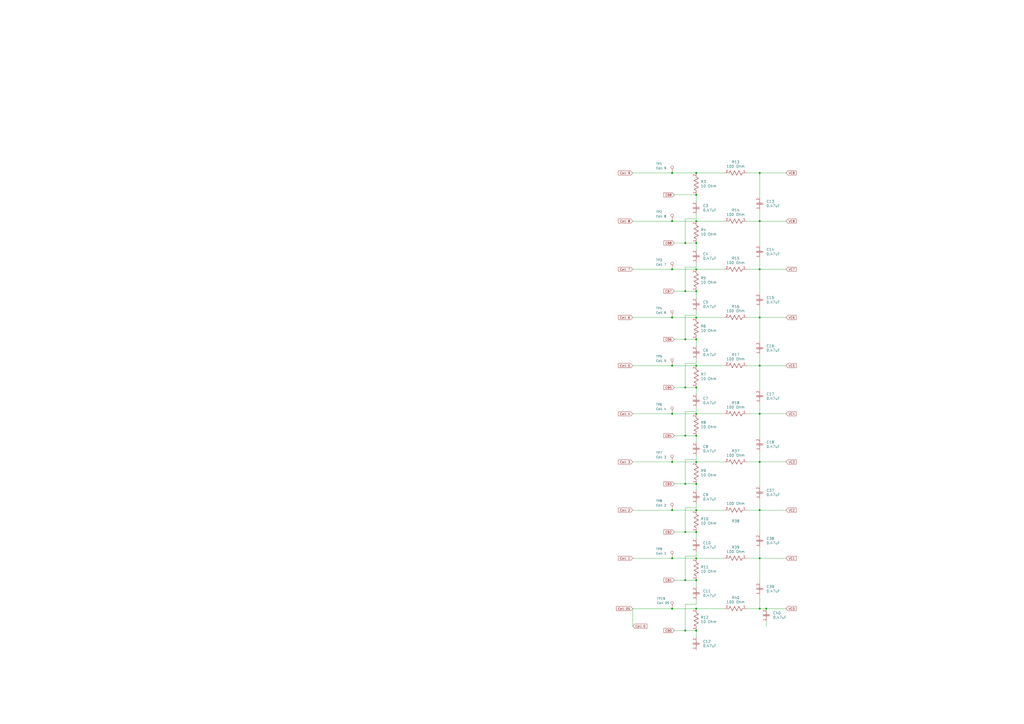
<source format=kicad_sch>
(kicad_sch
	(version 20231120)
	(generator "eeschema")
	(generator_version "8.0")
	(uuid "5070d3e8-07b0-4e40-9424-352f3597f512")
	(paper "A2")
	(lib_symbols
		(symbol "2024-10-08_02-17-57:CRCW121010R0FKEAHP"
			(pin_names
				(offset 0.254)
			)
			(exclude_from_sim no)
			(in_bom yes)
			(on_board yes)
			(property "Reference" "R"
				(at 5.715 3.81 0)
				(effects
					(font
						(size 1.524 1.524)
					)
				)
			)
			(property "Value" "CRCW121010R0FKEAHP"
				(at 6.35 -3.81 0)
				(effects
					(font
						(size 1.524 1.524)
					)
				)
			)
			(property "Footprint" "RC1210N_VIS"
				(at 0 0 0)
				(effects
					(font
						(size 1.27 1.27)
						(italic yes)
					)
					(hide yes)
				)
			)
			(property "Datasheet" "CRCW121010R0FKEAHP"
				(at 0 0 0)
				(effects
					(font
						(size 1.27 1.27)
						(italic yes)
					)
					(hide yes)
				)
			)
			(property "Description" ""
				(at 0 0 0)
				(effects
					(font
						(size 1.27 1.27)
					)
					(hide yes)
				)
			)
			(property "ki_locked" ""
				(at 0 0 0)
				(effects
					(font
						(size 1.27 1.27)
					)
				)
			)
			(property "ki_keywords" "CRCW121010R0FKEAHP"
				(at 0 0 0)
				(effects
					(font
						(size 1.27 1.27)
					)
					(hide yes)
				)
			)
			(property "ki_fp_filters" "RC1210N_VIS RC1210N_VIS-M RC1210N_VIS-L"
				(at 0 0 0)
				(effects
					(font
						(size 1.27 1.27)
					)
					(hide yes)
				)
			)
			(symbol "CRCW121010R0FKEAHP_1_1"
				(polyline
					(pts
						(xy 2.54 0) (xy 3.175 1.27)
					)
					(stroke
						(width 0.2032)
						(type default)
					)
					(fill
						(type none)
					)
				)
				(polyline
					(pts
						(xy 3.175 1.27) (xy 4.445 -1.27)
					)
					(stroke
						(width 0.2032)
						(type default)
					)
					(fill
						(type none)
					)
				)
				(polyline
					(pts
						(xy 4.445 -1.27) (xy 5.715 1.27)
					)
					(stroke
						(width 0.2032)
						(type default)
					)
					(fill
						(type none)
					)
				)
				(polyline
					(pts
						(xy 5.715 1.27) (xy 6.985 -1.27)
					)
					(stroke
						(width 0.2032)
						(type default)
					)
					(fill
						(type none)
					)
				)
				(polyline
					(pts
						(xy 6.985 -1.27) (xy 8.255 1.27)
					)
					(stroke
						(width 0.2032)
						(type default)
					)
					(fill
						(type none)
					)
				)
				(polyline
					(pts
						(xy 8.255 1.27) (xy 9.525 -1.27)
					)
					(stroke
						(width 0.2032)
						(type default)
					)
					(fill
						(type none)
					)
				)
				(polyline
					(pts
						(xy 9.525 -1.27) (xy 10.16 0)
					)
					(stroke
						(width 0.2032)
						(type default)
					)
					(fill
						(type none)
					)
				)
				(pin unspecified line
					(at 0 0 0)
					(length 2.54)
					(name ""
						(effects
							(font
								(size 1.27 1.27)
							)
						)
					)
					(number "1"
						(effects
							(font
								(size 1.27 1.27)
							)
						)
					)
				)
				(pin unspecified line
					(at 12.7 0 180)
					(length 2.54)
					(name ""
						(effects
							(font
								(size 1.27 1.27)
							)
						)
					)
					(number "2"
						(effects
							(font
								(size 1.27 1.27)
							)
						)
					)
				)
			)
			(symbol "CRCW121010R0FKEAHP_1_2"
				(polyline
					(pts
						(xy -1.27 3.175) (xy 1.27 4.445)
					)
					(stroke
						(width 0.2032)
						(type default)
					)
					(fill
						(type none)
					)
				)
				(polyline
					(pts
						(xy -1.27 5.715) (xy 1.27 6.985)
					)
					(stroke
						(width 0.2032)
						(type default)
					)
					(fill
						(type none)
					)
				)
				(polyline
					(pts
						(xy -1.27 8.255) (xy 1.27 9.525)
					)
					(stroke
						(width 0.2032)
						(type default)
					)
					(fill
						(type none)
					)
				)
				(polyline
					(pts
						(xy 0 2.54) (xy -1.27 3.175)
					)
					(stroke
						(width 0.2032)
						(type default)
					)
					(fill
						(type none)
					)
				)
				(polyline
					(pts
						(xy 1.27 4.445) (xy -1.27 5.715)
					)
					(stroke
						(width 0.2032)
						(type default)
					)
					(fill
						(type none)
					)
				)
				(polyline
					(pts
						(xy 1.27 6.985) (xy -1.27 8.255)
					)
					(stroke
						(width 0.2032)
						(type default)
					)
					(fill
						(type none)
					)
				)
				(polyline
					(pts
						(xy 1.27 9.525) (xy 0 10.16)
					)
					(stroke
						(width 0.2032)
						(type default)
					)
					(fill
						(type none)
					)
				)
				(pin unspecified line
					(at 0 12.7 270)
					(length 2.54)
					(name ""
						(effects
							(font
								(size 1.27 1.27)
							)
						)
					)
					(number "1"
						(effects
							(font
								(size 1.27 1.27)
							)
						)
					)
				)
				(pin unspecified line
					(at 0 0 90)
					(length 2.54)
					(name ""
						(effects
							(font
								(size 1.27 1.27)
							)
						)
					)
					(number "2"
						(effects
							(font
								(size 1.27 1.27)
							)
						)
					)
				)
			)
		)
		(symbol "2024-10-08_02-22-32:GCM188R71C474KA55D"
			(pin_names
				(offset 0.254)
			)
			(exclude_from_sim no)
			(in_bom yes)
			(on_board yes)
			(property "Reference" "C"
				(at 3.81 3.81 0)
				(effects
					(font
						(size 1.524 1.524)
					)
				)
			)
			(property "Value" "GCM188R71C474KA55D"
				(at 3.81 -3.81 0)
				(effects
					(font
						(size 1.524 1.524)
					)
				)
			)
			(property "Footprint" "G-188_MUR"
				(at 0 0 0)
				(effects
					(font
						(size 1.27 1.27)
						(italic yes)
					)
					(hide yes)
				)
			)
			(property "Datasheet" "GCM188R71C474KA55D"
				(at 0 0 0)
				(effects
					(font
						(size 1.27 1.27)
						(italic yes)
					)
					(hide yes)
				)
			)
			(property "Description" ""
				(at 0 0 0)
				(effects
					(font
						(size 1.27 1.27)
					)
					(hide yes)
				)
			)
			(property "ki_locked" ""
				(at 0 0 0)
				(effects
					(font
						(size 1.27 1.27)
					)
				)
			)
			(property "ki_keywords" "GCM188R71C474KA55D"
				(at 0 0 0)
				(effects
					(font
						(size 1.27 1.27)
					)
					(hide yes)
				)
			)
			(property "ki_fp_filters" "G-188_MUR G-188_MUR-M G-188_MUR-L"
				(at 0 0 0)
				(effects
					(font
						(size 1.27 1.27)
					)
					(hide yes)
				)
			)
			(symbol "GCM188R71C474KA55D_1_1"
				(polyline
					(pts
						(xy 2.54 0) (xy 3.4798 0)
					)
					(stroke
						(width 0.2032)
						(type default)
					)
					(fill
						(type none)
					)
				)
				(polyline
					(pts
						(xy 3.4798 -1.905) (xy 3.4798 1.905)
					)
					(stroke
						(width 0.2032)
						(type default)
					)
					(fill
						(type none)
					)
				)
				(polyline
					(pts
						(xy 4.1148 -1.905) (xy 4.1148 1.905)
					)
					(stroke
						(width 0.2032)
						(type default)
					)
					(fill
						(type none)
					)
				)
				(polyline
					(pts
						(xy 4.1148 0) (xy 5.08 0)
					)
					(stroke
						(width 0.2032)
						(type default)
					)
					(fill
						(type none)
					)
				)
				(pin unspecified line
					(at 0 0 0)
					(length 2.54)
					(name ""
						(effects
							(font
								(size 1.27 1.27)
							)
						)
					)
					(number "1"
						(effects
							(font
								(size 1.27 1.27)
							)
						)
					)
				)
				(pin unspecified line
					(at 7.62 0 180)
					(length 2.54)
					(name ""
						(effects
							(font
								(size 1.27 1.27)
							)
						)
					)
					(number "2"
						(effects
							(font
								(size 1.27 1.27)
							)
						)
					)
				)
			)
			(symbol "GCM188R71C474KA55D_1_2"
				(polyline
					(pts
						(xy -1.905 -4.1148) (xy 1.905 -4.1148)
					)
					(stroke
						(width 0.2032)
						(type default)
					)
					(fill
						(type none)
					)
				)
				(polyline
					(pts
						(xy -1.905 -3.4798) (xy 1.905 -3.4798)
					)
					(stroke
						(width 0.2032)
						(type default)
					)
					(fill
						(type none)
					)
				)
				(polyline
					(pts
						(xy 0 -4.1148) (xy 0 -5.08)
					)
					(stroke
						(width 0.2032)
						(type default)
					)
					(fill
						(type none)
					)
				)
				(polyline
					(pts
						(xy 0 -2.54) (xy 0 -3.4798)
					)
					(stroke
						(width 0.2032)
						(type default)
					)
					(fill
						(type none)
					)
				)
				(pin unspecified line
					(at 0 0 270)
					(length 2.54)
					(name ""
						(effects
							(font
								(size 1.27 1.27)
							)
						)
					)
					(number "1"
						(effects
							(font
								(size 1.27 1.27)
							)
						)
					)
				)
				(pin unspecified line
					(at 0 -7.62 90)
					(length 2.54)
					(name ""
						(effects
							(font
								(size 1.27 1.27)
							)
						)
					)
					(number "2"
						(effects
							(font
								(size 1.27 1.27)
							)
						)
					)
				)
			)
		)
		(symbol "2024-10-08_02-28-54:ERA-3AEB101V"
			(pin_names
				(offset 0.254)
			)
			(exclude_from_sim no)
			(in_bom yes)
			(on_board yes)
			(property "Reference" "R"
				(at 5.715 3.81 0)
				(effects
					(font
						(size 1.524 1.524)
					)
				)
			)
			(property "Value" "ERA-3AEB101V"
				(at 6.35 -3.81 0)
				(effects
					(font
						(size 1.524 1.524)
					)
				)
			)
			(property "Footprint" "RC0603N_PAN"
				(at 0 0 0)
				(effects
					(font
						(size 1.27 1.27)
						(italic yes)
					)
					(hide yes)
				)
			)
			(property "Datasheet" "ERA-3AEB101V"
				(at 0 0 0)
				(effects
					(font
						(size 1.27 1.27)
						(italic yes)
					)
					(hide yes)
				)
			)
			(property "Description" ""
				(at 0 0 0)
				(effects
					(font
						(size 1.27 1.27)
					)
					(hide yes)
				)
			)
			(property "ki_locked" ""
				(at 0 0 0)
				(effects
					(font
						(size 1.27 1.27)
					)
				)
			)
			(property "ki_keywords" "ERA-3AEB101V"
				(at 0 0 0)
				(effects
					(font
						(size 1.27 1.27)
					)
					(hide yes)
				)
			)
			(property "ki_fp_filters" "RC0603N_PAN RC0603N_PAN-M RC0603N_PAN-L"
				(at 0 0 0)
				(effects
					(font
						(size 1.27 1.27)
					)
					(hide yes)
				)
			)
			(symbol "ERA-3AEB101V_1_1"
				(polyline
					(pts
						(xy 2.54 0) (xy 3.175 1.27)
					)
					(stroke
						(width 0.2032)
						(type default)
					)
					(fill
						(type none)
					)
				)
				(polyline
					(pts
						(xy 3.175 1.27) (xy 4.445 -1.27)
					)
					(stroke
						(width 0.2032)
						(type default)
					)
					(fill
						(type none)
					)
				)
				(polyline
					(pts
						(xy 4.445 -1.27) (xy 5.715 1.27)
					)
					(stroke
						(width 0.2032)
						(type default)
					)
					(fill
						(type none)
					)
				)
				(polyline
					(pts
						(xy 5.715 1.27) (xy 6.985 -1.27)
					)
					(stroke
						(width 0.2032)
						(type default)
					)
					(fill
						(type none)
					)
				)
				(polyline
					(pts
						(xy 6.985 -1.27) (xy 8.255 1.27)
					)
					(stroke
						(width 0.2032)
						(type default)
					)
					(fill
						(type none)
					)
				)
				(polyline
					(pts
						(xy 8.255 1.27) (xy 9.525 -1.27)
					)
					(stroke
						(width 0.2032)
						(type default)
					)
					(fill
						(type none)
					)
				)
				(polyline
					(pts
						(xy 9.525 -1.27) (xy 10.16 0)
					)
					(stroke
						(width 0.2032)
						(type default)
					)
					(fill
						(type none)
					)
				)
				(pin unspecified line
					(at 12.7 0 180)
					(length 2.54)
					(name ""
						(effects
							(font
								(size 1.27 1.27)
							)
						)
					)
					(number "1"
						(effects
							(font
								(size 1.27 1.27)
							)
						)
					)
				)
				(pin unspecified line
					(at 0 0 0)
					(length 2.54)
					(name ""
						(effects
							(font
								(size 1.27 1.27)
							)
						)
					)
					(number "2"
						(effects
							(font
								(size 1.27 1.27)
							)
						)
					)
				)
			)
			(symbol "ERA-3AEB101V_1_2"
				(polyline
					(pts
						(xy -1.27 3.175) (xy 1.27 4.445)
					)
					(stroke
						(width 0.2032)
						(type default)
					)
					(fill
						(type none)
					)
				)
				(polyline
					(pts
						(xy -1.27 5.715) (xy 1.27 6.985)
					)
					(stroke
						(width 0.2032)
						(type default)
					)
					(fill
						(type none)
					)
				)
				(polyline
					(pts
						(xy -1.27 8.255) (xy 1.27 9.525)
					)
					(stroke
						(width 0.2032)
						(type default)
					)
					(fill
						(type none)
					)
				)
				(polyline
					(pts
						(xy 0 2.54) (xy -1.27 3.175)
					)
					(stroke
						(width 0.2032)
						(type default)
					)
					(fill
						(type none)
					)
				)
				(polyline
					(pts
						(xy 1.27 4.445) (xy -1.27 5.715)
					)
					(stroke
						(width 0.2032)
						(type default)
					)
					(fill
						(type none)
					)
				)
				(polyline
					(pts
						(xy 1.27 6.985) (xy -1.27 8.255)
					)
					(stroke
						(width 0.2032)
						(type default)
					)
					(fill
						(type none)
					)
				)
				(polyline
					(pts
						(xy 1.27 9.525) (xy 0 10.16)
					)
					(stroke
						(width 0.2032)
						(type default)
					)
					(fill
						(type none)
					)
				)
				(pin unspecified line
					(at 0 12.7 270)
					(length 2.54)
					(name ""
						(effects
							(font
								(size 1.27 1.27)
							)
						)
					)
					(number "1"
						(effects
							(font
								(size 1.27 1.27)
							)
						)
					)
				)
				(pin unspecified line
					(at 0 0 90)
					(length 2.54)
					(name ""
						(effects
							(font
								(size 1.27 1.27)
							)
						)
					)
					(number "2"
						(effects
							(font
								(size 1.27 1.27)
							)
						)
					)
				)
			)
		)
		(symbol "Connector:TestPoint"
			(pin_numbers hide)
			(pin_names
				(offset 0.762) hide)
			(exclude_from_sim no)
			(in_bom yes)
			(on_board yes)
			(property "Reference" "TP"
				(at 0 6.858 0)
				(effects
					(font
						(size 1.27 1.27)
					)
				)
			)
			(property "Value" "TestPoint"
				(at 0 5.08 0)
				(effects
					(font
						(size 1.27 1.27)
					)
				)
			)
			(property "Footprint" ""
				(at 5.08 0 0)
				(effects
					(font
						(size 1.27 1.27)
					)
					(hide yes)
				)
			)
			(property "Datasheet" "~"
				(at 5.08 0 0)
				(effects
					(font
						(size 1.27 1.27)
					)
					(hide yes)
				)
			)
			(property "Description" "test point"
				(at 0 0 0)
				(effects
					(font
						(size 1.27 1.27)
					)
					(hide yes)
				)
			)
			(property "ki_keywords" "test point tp"
				(at 0 0 0)
				(effects
					(font
						(size 1.27 1.27)
					)
					(hide yes)
				)
			)
			(property "ki_fp_filters" "Pin* Test*"
				(at 0 0 0)
				(effects
					(font
						(size 1.27 1.27)
					)
					(hide yes)
				)
			)
			(symbol "TestPoint_0_1"
				(circle
					(center 0 3.302)
					(radius 0.762)
					(stroke
						(width 0)
						(type default)
					)
					(fill
						(type none)
					)
				)
			)
			(symbol "TestPoint_1_1"
				(pin passive line
					(at 0 0 90)
					(length 2.54)
					(name "1"
						(effects
							(font
								(size 1.27 1.27)
							)
						)
					)
					(number "1"
						(effects
							(font
								(size 1.27 1.27)
							)
						)
					)
				)
			)
		)
	)
	(junction
		(at 397.51 168.91)
		(diameter 0)
		(color 0 0 0 0)
		(uuid "00763fb4-a3d3-4798-84c9-21d75cab98e0")
	)
	(junction
		(at 397.51 308.61)
		(diameter 0)
		(color 0 0 0 0)
		(uuid "0163953d-21fc-4710-b241-75705192c093")
	)
	(junction
		(at 403.86 280.67)
		(diameter 0)
		(color 0 0 0 0)
		(uuid "0f546cc1-eaf5-487c-b925-d6d84648db4a")
	)
	(junction
		(at 403.86 212.09)
		(diameter 0)
		(color 0 0 0 0)
		(uuid "18c45c3d-7377-4215-9a65-3ae254300dee")
	)
	(junction
		(at 440.69 184.15)
		(diameter 0)
		(color 0 0 0 0)
		(uuid "19fe99d0-a2c0-46ed-aa23-fe07aafcb211")
	)
	(junction
		(at 440.69 295.91)
		(diameter 0)
		(color 0 0 0 0)
		(uuid "1b36705c-75bd-458b-9d91-e7915e044e8f")
	)
	(junction
		(at 440.69 267.97)
		(diameter 0)
		(color 0 0 0 0)
		(uuid "1ea7a3a1-73bf-4c1c-95b4-5a5bc294bcae")
	)
	(junction
		(at 397.51 365.76)
		(diameter 0)
		(color 0 0 0 0)
		(uuid "1f16351e-777e-4303-8ea6-6ab85c4b5e37")
	)
	(junction
		(at 403.86 365.76)
		(diameter 0)
		(color 0 0 0 0)
		(uuid "202c436d-2d1c-4e8a-9f2e-453a10e1cfbe")
	)
	(junction
		(at 397.51 336.55)
		(diameter 0)
		(color 0 0 0 0)
		(uuid "229f7a27-0569-47b4-b4da-1ca762e10fc9")
	)
	(junction
		(at 397.51 224.79)
		(diameter 0)
		(color 0 0 0 0)
		(uuid "2b3626e2-cd66-4eea-aa8d-e29a14a829ed")
	)
	(junction
		(at 440.69 240.03)
		(diameter 0)
		(color 0 0 0 0)
		(uuid "32f5a1bc-8bcc-496b-9869-7558d2e50eee")
	)
	(junction
		(at 403.86 168.91)
		(diameter 0)
		(color 0 0 0 0)
		(uuid "33bc97be-1e01-44a3-9a41-85e304f5d0d3")
	)
	(junction
		(at 403.86 252.73)
		(diameter 0)
		(color 0 0 0 0)
		(uuid "3ac61117-6115-4110-a18e-20f57a410db1")
	)
	(junction
		(at 403.86 336.55)
		(diameter 0)
		(color 0 0 0 0)
		(uuid "423e2415-24e6-47bc-9697-891b7732f71e")
	)
	(junction
		(at 403.86 240.03)
		(diameter 0)
		(color 0 0 0 0)
		(uuid "459d8d38-8e81-4f53-86b4-57d216ec64c8")
	)
	(junction
		(at 403.86 323.85)
		(diameter 0)
		(color 0 0 0 0)
		(uuid "4f4f31ce-ae00-491b-85ac-0623392acd1c")
	)
	(junction
		(at 403.86 295.91)
		(diameter 0)
		(color 0 0 0 0)
		(uuid "557fd95e-cd25-4ddb-86ed-af8be325e997")
	)
	(junction
		(at 389.89 184.15)
		(diameter 0)
		(color 0 0 0 0)
		(uuid "5bbc7a80-fff7-4083-aa9b-e096d03b742b")
	)
	(junction
		(at 389.89 267.97)
		(diameter 0)
		(color 0 0 0 0)
		(uuid "64d9bd2e-000b-44fd-b766-44c2c0cc12e2")
	)
	(junction
		(at 403.86 100.33)
		(diameter 0)
		(color 0 0 0 0)
		(uuid "66f9dc98-0910-4a84-a7ab-c543e308cb9d")
	)
	(junction
		(at 397.51 252.73)
		(diameter 0)
		(color 0 0 0 0)
		(uuid "6ddda2e9-36b5-4e26-9938-6f268a7385d7")
	)
	(junction
		(at 403.86 224.79)
		(diameter 0)
		(color 0 0 0 0)
		(uuid "7926e62d-b30e-4175-8240-2a6b855a9acd")
	)
	(junction
		(at 440.69 212.09)
		(diameter 0)
		(color 0 0 0 0)
		(uuid "79ddaaa0-b2c7-431f-9722-cf6f4695225c")
	)
	(junction
		(at 397.51 280.67)
		(diameter 0)
		(color 0 0 0 0)
		(uuid "7b99f854-8aa8-48ab-b3ea-e66c5dbca3d8")
	)
	(junction
		(at 403.86 267.97)
		(diameter 0)
		(color 0 0 0 0)
		(uuid "7c2b0560-3239-4d51-acc2-21b497f5acc8")
	)
	(junction
		(at 389.89 212.09)
		(diameter 0)
		(color 0 0 0 0)
		(uuid "8aadedee-6753-4419-a88e-618b873767ad")
	)
	(junction
		(at 403.86 353.06)
		(diameter 0)
		(color 0 0 0 0)
		(uuid "8e1ff1e0-2482-4f31-95f8-f0c32568f52b")
	)
	(junction
		(at 389.89 100.33)
		(diameter 0)
		(color 0 0 0 0)
		(uuid "8e66ce2e-18fb-4a07-bacc-120dcc54e452")
	)
	(junction
		(at 389.89 240.03)
		(diameter 0)
		(color 0 0 0 0)
		(uuid "99153022-bf3a-4d89-8c4c-6d19021c7b71")
	)
	(junction
		(at 440.69 323.85)
		(diameter 0)
		(color 0 0 0 0)
		(uuid "9a375565-d432-4d8f-b917-917da5ed2568")
	)
	(junction
		(at 403.86 113.03)
		(diameter 0)
		(color 0 0 0 0)
		(uuid "9d855c3e-01a3-402a-9036-0ba2c54b8c37")
	)
	(junction
		(at 389.89 128.27)
		(diameter 0)
		(color 0 0 0 0)
		(uuid "a0905a89-ca4f-49cb-9b63-49deb69e2229")
	)
	(junction
		(at 440.69 100.33)
		(diameter 0)
		(color 0 0 0 0)
		(uuid "a4418675-1df7-489d-92a5-b22628a923d7")
	)
	(junction
		(at 403.86 128.27)
		(diameter 0)
		(color 0 0 0 0)
		(uuid "b53027c9-0a03-4d50-8b26-3ebb1dc5f510")
	)
	(junction
		(at 440.69 156.21)
		(diameter 0)
		(color 0 0 0 0)
		(uuid "b652a324-ea44-41f6-9c81-8d3f63829c31")
	)
	(junction
		(at 403.86 308.61)
		(diameter 0)
		(color 0 0 0 0)
		(uuid "b99f9e31-3806-4540-ac90-4e7a2d9417f7")
	)
	(junction
		(at 389.89 295.91)
		(diameter 0)
		(color 0 0 0 0)
		(uuid "bc1f7a37-8a50-4933-b1de-1156bd31e15c")
	)
	(junction
		(at 389.89 353.06)
		(diameter 0)
		(color 0 0 0 0)
		(uuid "cbe25526-d18e-4f78-9237-9f4b1a1cb685")
	)
	(junction
		(at 403.86 196.85)
		(diameter 0)
		(color 0 0 0 0)
		(uuid "d3abe171-d716-4249-98b6-9710a01c75a7")
	)
	(junction
		(at 440.69 128.27)
		(diameter 0)
		(color 0 0 0 0)
		(uuid "d4d9b9c7-016e-47c8-bb8f-6516f645a9f8")
	)
	(junction
		(at 389.89 323.85)
		(diameter 0)
		(color 0 0 0 0)
		(uuid "d90e8d75-7a0f-4ecf-bd1e-a9daec6c5eb6")
	)
	(junction
		(at 444.5 353.06)
		(diameter 0)
		(color 0 0 0 0)
		(uuid "db2d91a1-1bf3-480b-8c14-2a2e7ee2e86e")
	)
	(junction
		(at 397.51 140.97)
		(diameter 0)
		(color 0 0 0 0)
		(uuid "ddf4c952-b408-4a88-b8c3-a51bad888359")
	)
	(junction
		(at 440.69 353.06)
		(diameter 0)
		(color 0 0 0 0)
		(uuid "e1647ce8-eab0-4928-86e6-6e32acf25828")
	)
	(junction
		(at 389.89 156.21)
		(diameter 0)
		(color 0 0 0 0)
		(uuid "e9b56085-3270-4823-8a5f-2e2c50fa3de4")
	)
	(junction
		(at 403.86 140.97)
		(diameter 0)
		(color 0 0 0 0)
		(uuid "f406611e-cc51-417d-896c-14c79529e08e")
	)
	(junction
		(at 403.86 184.15)
		(diameter 0)
		(color 0 0 0 0)
		(uuid "f83affaf-0f2b-4ba0-8842-875400096682")
	)
	(junction
		(at 397.51 196.85)
		(diameter 0)
		(color 0 0 0 0)
		(uuid "fc484977-64dd-49d1-98c4-2754f51c07c3")
	)
	(junction
		(at 403.86 156.21)
		(diameter 0)
		(color 0 0 0 0)
		(uuid "ff5d2644-2aa8-4b04-b5a0-713d3387921a")
	)
	(wire
		(pts
			(xy 403.86 347.98) (xy 403.86 350.52)
		)
		(stroke
			(width 0)
			(type default)
		)
		(uuid "01016ac0-7b0f-4112-a952-485125d28149")
	)
	(wire
		(pts
			(xy 391.16 365.76) (xy 397.51 365.76)
		)
		(stroke
			(width 0)
			(type default)
		)
		(uuid "016fe5f0-a747-4cd1-bd6c-2eb114025e1b")
	)
	(wire
		(pts
			(xy 391.16 308.61) (xy 397.51 308.61)
		)
		(stroke
			(width 0)
			(type default)
		)
		(uuid "03aaf8ad-1f3b-4390-8a1e-bd59556c2c21")
	)
	(wire
		(pts
			(xy 389.89 128.27) (xy 403.86 128.27)
		)
		(stroke
			(width 0)
			(type default)
		)
		(uuid "04836a45-548f-4495-8916-d2a5e8d92bcd")
	)
	(wire
		(pts
			(xy 403.86 182.88) (xy 397.51 182.88)
		)
		(stroke
			(width 0)
			(type default)
		)
		(uuid "07fc6eec-02f2-4263-932f-aba84c2ee398")
	)
	(wire
		(pts
			(xy 391.16 196.85) (xy 397.51 196.85)
		)
		(stroke
			(width 0)
			(type default)
		)
		(uuid "0a661bf8-ee5c-4c2d-a4dd-e010844658c4")
	)
	(wire
		(pts
			(xy 367.03 128.27) (xy 389.89 128.27)
		)
		(stroke
			(width 0)
			(type default)
		)
		(uuid "0b0b0737-66f2-4806-856a-ab9e4b546195")
	)
	(wire
		(pts
			(xy 391.16 224.79) (xy 397.51 224.79)
		)
		(stroke
			(width 0)
			(type default)
		)
		(uuid "0c08a80c-6ba3-4f43-aa7f-e5a7850e4e00")
	)
	(wire
		(pts
			(xy 440.69 128.27) (xy 455.93 128.27)
		)
		(stroke
			(width 0)
			(type default)
		)
		(uuid "0c700065-78b1-4122-92fd-28fed98ad418")
	)
	(wire
		(pts
			(xy 403.86 127) (xy 397.51 127)
		)
		(stroke
			(width 0)
			(type default)
		)
		(uuid "15610476-ee2a-4f33-a194-59d0d57172e3")
	)
	(wire
		(pts
			(xy 391.16 113.03) (xy 403.86 113.03)
		)
		(stroke
			(width 0)
			(type default)
		)
		(uuid "1b15a80f-6d4e-4065-8d7a-488793bd73e6")
	)
	(wire
		(pts
			(xy 440.69 177.8) (xy 440.69 184.15)
		)
		(stroke
			(width 0)
			(type default)
		)
		(uuid "1d2303c7-8794-4610-867e-ec8d05ee2dbe")
	)
	(wire
		(pts
			(xy 367.03 353.06) (xy 389.89 353.06)
		)
		(stroke
			(width 0)
			(type default)
		)
		(uuid "1e83d975-2034-4093-88fe-f514e738988a")
	)
	(wire
		(pts
			(xy 403.86 294.64) (xy 397.51 294.64)
		)
		(stroke
			(width 0)
			(type default)
		)
		(uuid "23959479-885b-4811-be31-83902efc4b3b")
	)
	(wire
		(pts
			(xy 440.69 295.91) (xy 440.69 309.88)
		)
		(stroke
			(width 0)
			(type default)
		)
		(uuid "23a5629c-2f53-4ac5-953d-793e85a9c31c")
	)
	(wire
		(pts
			(xy 397.51 168.91) (xy 403.86 168.91)
		)
		(stroke
			(width 0)
			(type default)
		)
		(uuid "23c878d9-7b3a-4c2d-95e3-b131ca018610")
	)
	(wire
		(pts
			(xy 389.89 353.06) (xy 403.86 353.06)
		)
		(stroke
			(width 0)
			(type default)
		)
		(uuid "24216f01-045f-4cbb-b8d5-ff710e0a65d0")
	)
	(wire
		(pts
			(xy 433.07 267.97) (xy 440.69 267.97)
		)
		(stroke
			(width 0)
			(type default)
		)
		(uuid "2e56e383-fd9a-4ebd-a15c-82cef0c7cc63")
	)
	(wire
		(pts
			(xy 433.07 156.21) (xy 440.69 156.21)
		)
		(stroke
			(width 0)
			(type default)
		)
		(uuid "2f796593-9509-40d1-94ae-ad6246b6d172")
	)
	(wire
		(pts
			(xy 403.86 140.97) (xy 403.86 144.78)
		)
		(stroke
			(width 0)
			(type default)
		)
		(uuid "3503ece7-d5cf-4437-b849-736063b22c0b")
	)
	(wire
		(pts
			(xy 440.69 281.94) (xy 440.69 267.97)
		)
		(stroke
			(width 0)
			(type default)
		)
		(uuid "356f0be5-6514-4cdf-a6f0-2f87d9aa3d19")
	)
	(wire
		(pts
			(xy 403.86 320.04) (xy 403.86 322.58)
		)
		(stroke
			(width 0)
			(type default)
		)
		(uuid "38c4e82e-ed74-456b-bb00-3b5341c9ea9d")
	)
	(wire
		(pts
			(xy 403.86 168.91) (xy 403.86 172.72)
		)
		(stroke
			(width 0)
			(type default)
		)
		(uuid "395a81f9-b793-4b59-babe-be766a88beb8")
	)
	(wire
		(pts
			(xy 433.07 353.06) (xy 440.69 353.06)
		)
		(stroke
			(width 0)
			(type default)
		)
		(uuid "3a50815e-e62d-402a-ab29-99af38be3b84")
	)
	(wire
		(pts
			(xy 403.86 154.94) (xy 397.51 154.94)
		)
		(stroke
			(width 0)
			(type default)
		)
		(uuid "3b797562-93d5-490e-b561-2e9b08aa04b9")
	)
	(wire
		(pts
			(xy 403.86 322.58) (xy 397.51 322.58)
		)
		(stroke
			(width 0)
			(type default)
		)
		(uuid "3e22f4bc-c5d3-4c16-aeb0-f2298d7622a7")
	)
	(wire
		(pts
			(xy 403.86 295.91) (xy 420.37 295.91)
		)
		(stroke
			(width 0)
			(type default)
		)
		(uuid "3e70a067-48f7-460e-abb3-b920afa30fa5")
	)
	(wire
		(pts
			(xy 403.86 240.03) (xy 420.37 240.03)
		)
		(stroke
			(width 0)
			(type default)
		)
		(uuid "3fcbeb37-6ca9-4619-8dde-8ed267756c14")
	)
	(wire
		(pts
			(xy 440.69 317.5) (xy 440.69 323.85)
		)
		(stroke
			(width 0)
			(type default)
		)
		(uuid "4481f455-cb97-4e96-a574-256b184bf581")
	)
	(wire
		(pts
			(xy 403.86 208.28) (xy 403.86 210.82)
		)
		(stroke
			(width 0)
			(type default)
		)
		(uuid "47341ff1-6748-408b-a970-545a2c790d4c")
	)
	(wire
		(pts
			(xy 391.16 168.91) (xy 397.51 168.91)
		)
		(stroke
			(width 0)
			(type default)
		)
		(uuid "47a98e69-803c-4864-aa18-15d29e20b77b")
	)
	(wire
		(pts
			(xy 403.86 266.7) (xy 397.51 266.7)
		)
		(stroke
			(width 0)
			(type default)
		)
		(uuid "481cc457-b091-494f-8634-88cfd8a486b9")
	)
	(wire
		(pts
			(xy 403.86 323.85) (xy 420.37 323.85)
		)
		(stroke
			(width 0)
			(type default)
		)
		(uuid "4a122821-6b07-4470-9413-dd9696d9dd9e")
	)
	(wire
		(pts
			(xy 403.86 292.1) (xy 403.86 294.64)
		)
		(stroke
			(width 0)
			(type default)
		)
		(uuid "4ad4c75c-4def-4f06-a39b-930bd30cfbf6")
	)
	(wire
		(pts
			(xy 403.86 336.55) (xy 403.86 340.36)
		)
		(stroke
			(width 0)
			(type default)
		)
		(uuid "4db2c7cb-4798-4da4-abf1-50a4c5e70d66")
	)
	(wire
		(pts
			(xy 367.03 295.91) (xy 389.89 295.91)
		)
		(stroke
			(width 0)
			(type default)
		)
		(uuid "4e4a151a-8c25-416a-b624-44e3e2b75f49")
	)
	(wire
		(pts
			(xy 440.69 212.09) (xy 455.93 212.09)
		)
		(stroke
			(width 0)
			(type default)
		)
		(uuid "5146945d-9a75-400e-aa42-f5ae5c7dd247")
	)
	(wire
		(pts
			(xy 440.69 114.3) (xy 440.69 100.33)
		)
		(stroke
			(width 0)
			(type default)
		)
		(uuid "56aae860-624e-4ac5-8cd1-a5739a0e254d")
	)
	(wire
		(pts
			(xy 389.89 267.97) (xy 403.86 267.97)
		)
		(stroke
			(width 0)
			(type default)
		)
		(uuid "58bdb0b7-ce98-4db7-98f9-2fce6d5d0689")
	)
	(wire
		(pts
			(xy 367.03 353.06) (xy 367.03 363.22)
		)
		(stroke
			(width 0)
			(type default)
		)
		(uuid "594f2aaf-531c-4570-8d82-bcca3bf2f41e")
	)
	(wire
		(pts
			(xy 403.86 212.09) (xy 420.37 212.09)
		)
		(stroke
			(width 0)
			(type default)
		)
		(uuid "5afeee3c-6a72-4e37-8b6d-4d9154a6994d")
	)
	(wire
		(pts
			(xy 391.16 252.73) (xy 397.51 252.73)
		)
		(stroke
			(width 0)
			(type default)
		)
		(uuid "5c9ed1b3-93ea-4d61-b1a5-bcb5ddca1a9b")
	)
	(wire
		(pts
			(xy 391.16 140.97) (xy 397.51 140.97)
		)
		(stroke
			(width 0)
			(type default)
		)
		(uuid "60598eed-1779-4bdc-bba3-c856d79e691b")
	)
	(wire
		(pts
			(xy 440.69 295.91) (xy 455.93 295.91)
		)
		(stroke
			(width 0)
			(type default)
		)
		(uuid "6401786f-a94a-4c23-9c76-d5604c7f620c")
	)
	(wire
		(pts
			(xy 403.86 210.82) (xy 397.51 210.82)
		)
		(stroke
			(width 0)
			(type default)
		)
		(uuid "649e2cf5-cb91-4b4d-886e-95833d1d0833")
	)
	(wire
		(pts
			(xy 403.86 365.76) (xy 403.86 369.57)
		)
		(stroke
			(width 0)
			(type default)
		)
		(uuid "6942343b-9406-4ffa-a0f5-0ac7a6ab1231")
	)
	(wire
		(pts
			(xy 403.86 252.73) (xy 403.86 256.54)
		)
		(stroke
			(width 0)
			(type default)
		)
		(uuid "6a7bb43f-632b-48fc-bfab-e4856d3d41fe")
	)
	(wire
		(pts
			(xy 389.89 100.33) (xy 403.86 100.33)
		)
		(stroke
			(width 0)
			(type default)
		)
		(uuid "6de94432-9f56-460f-bdb3-fc33083f9974")
	)
	(wire
		(pts
			(xy 391.16 336.55) (xy 397.51 336.55)
		)
		(stroke
			(width 0)
			(type default)
		)
		(uuid "72865768-1542-42cb-9f43-c4841ce860b7")
	)
	(wire
		(pts
			(xy 403.86 353.06) (xy 420.37 353.06)
		)
		(stroke
			(width 0)
			(type default)
		)
		(uuid "7a713d3e-8dca-43dc-b639-d7008cabd27f")
	)
	(wire
		(pts
			(xy 403.86 100.33) (xy 420.37 100.33)
		)
		(stroke
			(width 0)
			(type default)
		)
		(uuid "7c70cc86-eca6-40c0-a324-6af5aefcc423")
	)
	(wire
		(pts
			(xy 397.51 336.55) (xy 403.86 336.55)
		)
		(stroke
			(width 0)
			(type default)
		)
		(uuid "7caa7b83-14b0-4dae-a0d7-e8c1a3f39348")
	)
	(wire
		(pts
			(xy 440.69 121.92) (xy 440.69 128.27)
		)
		(stroke
			(width 0)
			(type default)
		)
		(uuid "7cb139e6-8e27-4c1d-ae10-dbd7409f6bf8")
	)
	(wire
		(pts
			(xy 389.89 323.85) (xy 403.86 323.85)
		)
		(stroke
			(width 0)
			(type default)
		)
		(uuid "7d98dbca-0ff6-41b7-94f8-207bb1152edc")
	)
	(wire
		(pts
			(xy 367.03 267.97) (xy 389.89 267.97)
		)
		(stroke
			(width 0)
			(type default)
		)
		(uuid "7eaf70ca-7148-435d-958f-b17c5021beb3")
	)
	(wire
		(pts
			(xy 397.51 182.88) (xy 397.51 196.85)
		)
		(stroke
			(width 0)
			(type default)
		)
		(uuid "7fa5810a-87d6-4a56-8760-3f9bacf46d17")
	)
	(wire
		(pts
			(xy 403.86 196.85) (xy 403.86 200.66)
		)
		(stroke
			(width 0)
			(type default)
		)
		(uuid "818913e7-1939-41fb-97a1-0d74529d452f")
	)
	(wire
		(pts
			(xy 397.51 210.82) (xy 397.51 224.79)
		)
		(stroke
			(width 0)
			(type default)
		)
		(uuid "8449f996-85c8-4eb6-ab67-01e88c459660")
	)
	(wire
		(pts
			(xy 367.03 323.85) (xy 389.89 323.85)
		)
		(stroke
			(width 0)
			(type default)
		)
		(uuid "851d5858-58e3-40c3-bc9f-d762789bd785")
	)
	(wire
		(pts
			(xy 403.86 238.76) (xy 397.51 238.76)
		)
		(stroke
			(width 0)
			(type default)
		)
		(uuid "88e632dc-546e-459f-b1df-e89083d53714")
	)
	(wire
		(pts
			(xy 440.69 289.56) (xy 440.69 295.91)
		)
		(stroke
			(width 0)
			(type default)
		)
		(uuid "89c78fc8-def0-4a21-a0e6-f9dcae822288")
	)
	(wire
		(pts
			(xy 367.03 100.33) (xy 389.89 100.33)
		)
		(stroke
			(width 0)
			(type default)
		)
		(uuid "8ac6178f-aaa7-4a22-80d8-83d95686c4f7")
	)
	(wire
		(pts
			(xy 367.03 240.03) (xy 389.89 240.03)
		)
		(stroke
			(width 0)
			(type default)
		)
		(uuid "8d14403c-35aa-494f-8ae4-c425ef8178bf")
	)
	(wire
		(pts
			(xy 440.69 267.97) (xy 455.93 267.97)
		)
		(stroke
			(width 0)
			(type default)
		)
		(uuid "8dc4a5ac-8880-4775-ab51-a501c60c1092")
	)
	(wire
		(pts
			(xy 389.89 156.21) (xy 403.86 156.21)
		)
		(stroke
			(width 0)
			(type default)
		)
		(uuid "8dd0e8f4-eb50-4719-9899-f5320e6330b2")
	)
	(wire
		(pts
			(xy 397.51 238.76) (xy 397.51 252.73)
		)
		(stroke
			(width 0)
			(type default)
		)
		(uuid "8e375383-af6e-443a-bd02-11289b64ee53")
	)
	(wire
		(pts
			(xy 433.07 323.85) (xy 440.69 323.85)
		)
		(stroke
			(width 0)
			(type default)
		)
		(uuid "8e4475a1-0159-47cb-bdf9-8edc68e6f5ea")
	)
	(wire
		(pts
			(xy 397.51 196.85) (xy 403.86 196.85)
		)
		(stroke
			(width 0)
			(type default)
		)
		(uuid "90517468-4506-449c-af8e-3c9769566bf8")
	)
	(wire
		(pts
			(xy 433.07 212.09) (xy 440.69 212.09)
		)
		(stroke
			(width 0)
			(type default)
		)
		(uuid "90a0460a-a5de-49b9-8fa7-7694da0c8948")
	)
	(wire
		(pts
			(xy 433.07 128.27) (xy 440.69 128.27)
		)
		(stroke
			(width 0)
			(type default)
		)
		(uuid "91c7aacc-fbd1-40d1-95fc-17d1217489ad")
	)
	(wire
		(pts
			(xy 440.69 149.86) (xy 440.69 156.21)
		)
		(stroke
			(width 0)
			(type default)
		)
		(uuid "920f72ba-4d6d-41fc-8592-5264eca06907")
	)
	(wire
		(pts
			(xy 403.86 350.52) (xy 397.51 350.52)
		)
		(stroke
			(width 0)
			(type default)
		)
		(uuid "927e0f0d-a8bc-4bb2-8d35-68bf5f011342")
	)
	(wire
		(pts
			(xy 440.69 240.03) (xy 455.93 240.03)
		)
		(stroke
			(width 0)
			(type default)
		)
		(uuid "950f186d-ea1d-4e8c-9718-1cbf1439fc26")
	)
	(wire
		(pts
			(xy 397.51 322.58) (xy 397.51 336.55)
		)
		(stroke
			(width 0)
			(type default)
		)
		(uuid "9790a363-3173-44d1-98ba-5092da9034a3")
	)
	(wire
		(pts
			(xy 440.69 261.62) (xy 440.69 267.97)
		)
		(stroke
			(width 0)
			(type default)
		)
		(uuid "99dce87e-2e6a-40ed-85c9-3a89dc7156d3")
	)
	(wire
		(pts
			(xy 433.07 295.91) (xy 440.69 295.91)
		)
		(stroke
			(width 0)
			(type default)
		)
		(uuid "9a906bb8-e1a1-4ed0-9a17-f1fc092d61c7")
	)
	(wire
		(pts
			(xy 403.86 224.79) (xy 403.86 228.6)
		)
		(stroke
			(width 0)
			(type default)
		)
		(uuid "9b589d1f-3aac-4754-880e-7cdf69204a2a")
	)
	(wire
		(pts
			(xy 403.86 180.34) (xy 403.86 182.88)
		)
		(stroke
			(width 0)
			(type default)
		)
		(uuid "ab31a9c3-9e0e-48dc-95a5-8ddd7241c229")
	)
	(wire
		(pts
			(xy 403.86 128.27) (xy 420.37 128.27)
		)
		(stroke
			(width 0)
			(type default)
		)
		(uuid "ab419016-d29c-4ebb-bc00-64e0e3f71c17")
	)
	(wire
		(pts
			(xy 403.86 113.03) (xy 403.86 116.84)
		)
		(stroke
			(width 0)
			(type default)
		)
		(uuid "abafb41a-0b6b-4c81-b691-58db63ce631d")
	)
	(wire
		(pts
			(xy 444.5 360.68) (xy 444.5 363.22)
		)
		(stroke
			(width 0)
			(type default)
		)
		(uuid "ad71a13b-fef6-40fd-a9c0-c8eeabbd5958")
	)
	(wire
		(pts
			(xy 397.51 365.76) (xy 403.86 365.76)
		)
		(stroke
			(width 0)
			(type default)
		)
		(uuid "ad92a5f1-633c-4a20-815d-bc96b082746c")
	)
	(wire
		(pts
			(xy 397.51 266.7) (xy 397.51 280.67)
		)
		(stroke
			(width 0)
			(type default)
		)
		(uuid "aec78c84-7da0-424c-beb0-bf61a79ee296")
	)
	(wire
		(pts
			(xy 389.89 240.03) (xy 403.86 240.03)
		)
		(stroke
			(width 0)
			(type default)
		)
		(uuid "af5fc337-617d-4c8d-ae40-019355ed62ae")
	)
	(wire
		(pts
			(xy 440.69 100.33) (xy 455.93 100.33)
		)
		(stroke
			(width 0)
			(type default)
		)
		(uuid "b0da9858-eeee-432b-91f7-e7e73dda4868")
	)
	(wire
		(pts
			(xy 403.86 280.67) (xy 403.86 284.48)
		)
		(stroke
			(width 0)
			(type default)
		)
		(uuid "b11f6d20-4047-4281-8596-6eb499a0ce4f")
	)
	(wire
		(pts
			(xy 367.03 184.15) (xy 389.89 184.15)
		)
		(stroke
			(width 0)
			(type default)
		)
		(uuid "b2806c1b-be8e-4484-9c18-e0923ceb51f0")
	)
	(wire
		(pts
			(xy 397.51 127) (xy 397.51 140.97)
		)
		(stroke
			(width 0)
			(type default)
		)
		(uuid "b297f0d4-1b2a-4720-bbc5-2f25e4d3c85c")
	)
	(wire
		(pts
			(xy 389.89 184.15) (xy 403.86 184.15)
		)
		(stroke
			(width 0)
			(type default)
		)
		(uuid "b8b88800-87d2-4413-a8dd-110514b477fe")
	)
	(wire
		(pts
			(xy 440.69 353.06) (xy 444.5 353.06)
		)
		(stroke
			(width 0)
			(type default)
		)
		(uuid "b8e786b8-5726-40d2-8d68-8a7eec7c2532")
	)
	(wire
		(pts
			(xy 440.69 142.24) (xy 440.69 128.27)
		)
		(stroke
			(width 0)
			(type default)
		)
		(uuid "b9d22246-9e07-42a8-ab03-1b02edb1ce8a")
	)
	(wire
		(pts
			(xy 397.51 308.61) (xy 403.86 308.61)
		)
		(stroke
			(width 0)
			(type default)
		)
		(uuid "bd9c1123-c973-4959-9471-b03c1710e54d")
	)
	(wire
		(pts
			(xy 440.69 323.85) (xy 440.69 337.82)
		)
		(stroke
			(width 0)
			(type default)
		)
		(uuid "c0c26785-5a2f-4cf2-8060-7d5314e90cad")
	)
	(wire
		(pts
			(xy 403.86 236.22) (xy 403.86 238.76)
		)
		(stroke
			(width 0)
			(type default)
		)
		(uuid "c0e49915-fcd3-4ce5-930c-2f2382bd1181")
	)
	(wire
		(pts
			(xy 433.07 184.15) (xy 440.69 184.15)
		)
		(stroke
			(width 0)
			(type default)
		)
		(uuid "c184cebf-dff5-4a74-9aec-73f25dcbc588")
	)
	(wire
		(pts
			(xy 403.86 152.4) (xy 403.86 154.94)
		)
		(stroke
			(width 0)
			(type default)
		)
		(uuid "c197bfa1-f466-4e00-bf11-24e872de2337")
	)
	(wire
		(pts
			(xy 397.51 252.73) (xy 403.86 252.73)
		)
		(stroke
			(width 0)
			(type default)
		)
		(uuid "c50eee3e-7cc1-4f9a-b861-29b31998717a")
	)
	(wire
		(pts
			(xy 440.69 205.74) (xy 440.69 212.09)
		)
		(stroke
			(width 0)
			(type default)
		)
		(uuid "c7ad23b0-8a8c-4508-99e6-cdf4e82dee1a")
	)
	(wire
		(pts
			(xy 403.86 267.97) (xy 420.37 267.97)
		)
		(stroke
			(width 0)
			(type default)
		)
		(uuid "c88bbccf-45fb-448d-abaa-7ac1be513dd4")
	)
	(wire
		(pts
			(xy 403.86 124.46) (xy 403.86 127)
		)
		(stroke
			(width 0)
			(type default)
		)
		(uuid "c8d729eb-d50a-4c10-8cf0-534dc8b48ba5")
	)
	(wire
		(pts
			(xy 403.86 264.16) (xy 403.86 266.7)
		)
		(stroke
			(width 0)
			(type default)
		)
		(uuid "cac3ec68-a2c9-4cec-837a-f73e77acf2e0")
	)
	(wire
		(pts
			(xy 397.51 140.97) (xy 403.86 140.97)
		)
		(stroke
			(width 0)
			(type default)
		)
		(uuid "cb4189ec-9cb8-4bd2-aa9b-225408f940d4")
	)
	(wire
		(pts
			(xy 440.69 345.44) (xy 440.69 353.06)
		)
		(stroke
			(width 0)
			(type default)
		)
		(uuid "cf2fb3dd-a0e6-4118-9089-32024a1f1d47")
	)
	(wire
		(pts
			(xy 367.03 156.21) (xy 389.89 156.21)
		)
		(stroke
			(width 0)
			(type default)
		)
		(uuid "cf8b08db-69ec-4422-b805-5cfb437f1a8e")
	)
	(wire
		(pts
			(xy 440.69 233.68) (xy 440.69 240.03)
		)
		(stroke
			(width 0)
			(type default)
		)
		(uuid "d237cecd-81a0-4ece-ada8-a8abe1377b19")
	)
	(wire
		(pts
			(xy 397.51 294.64) (xy 397.51 308.61)
		)
		(stroke
			(width 0)
			(type default)
		)
		(uuid "d31c346b-86b7-4030-aab6-0148f657f8ca")
	)
	(wire
		(pts
			(xy 403.86 308.61) (xy 403.86 312.42)
		)
		(stroke
			(width 0)
			(type default)
		)
		(uuid "d76197ae-e4ed-45ab-aee0-272325f38584")
	)
	(wire
		(pts
			(xy 403.86 156.21) (xy 420.37 156.21)
		)
		(stroke
			(width 0)
			(type default)
		)
		(uuid "d7eb504f-3fd2-457d-bb28-d63f71bbd242")
	)
	(wire
		(pts
			(xy 440.69 226.06) (xy 440.69 212.09)
		)
		(stroke
			(width 0)
			(type default)
		)
		(uuid "d8a33e32-8725-4464-baa3-93ccdf55bf39")
	)
	(wire
		(pts
			(xy 440.69 184.15) (xy 455.93 184.15)
		)
		(stroke
			(width 0)
			(type default)
		)
		(uuid "da61e718-6e16-45f3-9a0c-e87f493d04ff")
	)
	(wire
		(pts
			(xy 389.89 295.91) (xy 403.86 295.91)
		)
		(stroke
			(width 0)
			(type default)
		)
		(uuid "dc85aaa0-3de7-4730-9d54-efb91f2d13e5")
	)
	(wire
		(pts
			(xy 403.86 184.15) (xy 420.37 184.15)
		)
		(stroke
			(width 0)
			(type default)
		)
		(uuid "de659923-1fdf-4910-8783-f6bc5420d1f3")
	)
	(wire
		(pts
			(xy 389.89 212.09) (xy 403.86 212.09)
		)
		(stroke
			(width 0)
			(type default)
		)
		(uuid "e0f0adb3-ed26-457c-a103-6e86b837905f")
	)
	(wire
		(pts
			(xy 440.69 170.18) (xy 440.69 156.21)
		)
		(stroke
			(width 0)
			(type default)
		)
		(uuid "e179afb1-ca55-4859-aece-2fadd805b12a")
	)
	(wire
		(pts
			(xy 397.51 154.94) (xy 397.51 168.91)
		)
		(stroke
			(width 0)
			(type default)
		)
		(uuid "e2d150e3-5b44-4ffa-8155-6cafa30b9f74")
	)
	(wire
		(pts
			(xy 397.51 224.79) (xy 403.86 224.79)
		)
		(stroke
			(width 0)
			(type default)
		)
		(uuid "e4f4cd86-c57a-4bcb-9850-a5f52738f853")
	)
	(wire
		(pts
			(xy 433.07 240.03) (xy 440.69 240.03)
		)
		(stroke
			(width 0)
			(type default)
		)
		(uuid "ecf2704e-9220-4a8f-8594-44296d86bda1")
	)
	(wire
		(pts
			(xy 440.69 156.21) (xy 455.93 156.21)
		)
		(stroke
			(width 0)
			(type default)
		)
		(uuid "ee6df268-266b-4507-a1c0-d0303afa4d56")
	)
	(wire
		(pts
			(xy 433.07 100.33) (xy 440.69 100.33)
		)
		(stroke
			(width 0)
			(type default)
		)
		(uuid "ee76dfc1-6fa3-40a6-abdd-47f8a8accc30")
	)
	(wire
		(pts
			(xy 367.03 212.09) (xy 389.89 212.09)
		)
		(stroke
			(width 0)
			(type default)
		)
		(uuid "f199b729-1873-4a13-aa2a-c8622b855e27")
	)
	(wire
		(pts
			(xy 440.69 198.12) (xy 440.69 184.15)
		)
		(stroke
			(width 0)
			(type default)
		)
		(uuid "f45da9f9-3806-4d8b-a571-9ebb33f2240a")
	)
	(wire
		(pts
			(xy 444.5 353.06) (xy 455.93 353.06)
		)
		(stroke
			(width 0)
			(type default)
		)
		(uuid "f586ecfa-d84a-4cc5-8f2d-785613761e60")
	)
	(wire
		(pts
			(xy 397.51 350.52) (xy 397.51 365.76)
		)
		(stroke
			(width 0)
			(type default)
		)
		(uuid "f8411163-1873-455d-842a-7f4587aa7237")
	)
	(wire
		(pts
			(xy 440.69 323.85) (xy 455.93 323.85)
		)
		(stroke
			(width 0)
			(type default)
		)
		(uuid "f8b6d665-3230-4e46-9ed9-181019f3ad9a")
	)
	(wire
		(pts
			(xy 391.16 280.67) (xy 397.51 280.67)
		)
		(stroke
			(width 0)
			(type default)
		)
		(uuid "fc943d9c-293b-4f49-9aa3-e6971de394c0")
	)
	(wire
		(pts
			(xy 397.51 280.67) (xy 403.86 280.67)
		)
		(stroke
			(width 0)
			(type default)
		)
		(uuid "fe237731-0b3f-4788-a6e3-e26ac625d638")
	)
	(wire
		(pts
			(xy 440.69 254) (xy 440.69 240.03)
		)
		(stroke
			(width 0)
			(type default)
		)
		(uuid "feec013a-3e67-4bbc-9c6a-e14b311b67c4")
	)
	(global_label "Cell 7"
		(shape input)
		(at 367.03 156.21 180)
		(fields_autoplaced yes)
		(effects
			(font
				(size 1.27 1.27)
			)
			(justify right)
		)
		(uuid "05a7e0ae-5bc1-4774-8a1d-4fa7cec76c58")
		(property "Intersheetrefs" "${INTERSHEET_REFS}"
			(at 358.1787 156.21 0)
			(effects
				(font
					(size 1.27 1.27)
				)
				(justify right)
				(hide yes)
			)
		)
	)
	(global_label "Cell 5"
		(shape input)
		(at 367.03 212.09 180)
		(fields_autoplaced yes)
		(effects
			(font
				(size 1.27 1.27)
			)
			(justify right)
		)
		(uuid "05aa9038-826f-4178-8cc1-268441c6b57a")
		(property "Intersheetrefs" "${INTERSHEET_REFS}"
			(at 358.1787 212.09 0)
			(effects
				(font
					(size 1.27 1.27)
				)
				(justify right)
				(hide yes)
			)
		)
	)
	(global_label "VC2"
		(shape input)
		(at 455.93 295.91 0)
		(fields_autoplaced yes)
		(effects
			(font
				(size 1.27 1.27)
			)
			(justify left)
		)
		(uuid "06907b3c-4846-4588-974d-4b44e99bf10e")
		(property "Intersheetrefs" "${INTERSHEET_REFS}"
			(at 462.4833 295.91 0)
			(effects
				(font
					(size 1.27 1.27)
				)
				(justify left)
				(hide yes)
			)
		)
	)
	(global_label "VC5"
		(shape input)
		(at 455.93 212.09 0)
		(fields_autoplaced yes)
		(effects
			(font
				(size 1.27 1.27)
			)
			(justify left)
		)
		(uuid "0f2c3404-1d82-4eb7-8fac-871d8fb293a5")
		(property "Intersheetrefs" "${INTERSHEET_REFS}"
			(at 462.4833 212.09 0)
			(effects
				(font
					(size 1.27 1.27)
				)
				(justify left)
				(hide yes)
			)
		)
	)
	(global_label "CB0"
		(shape input)
		(at 391.16 365.76 180)
		(fields_autoplaced yes)
		(effects
			(font
				(size 1.27 1.27)
			)
			(justify right)
		)
		(uuid "124cf6bb-7c62-4386-9056-6076be00f637")
		(property "Intersheetrefs" "${INTERSHEET_REFS}"
			(at 384.4253 365.76 0)
			(effects
				(font
					(size 1.27 1.27)
				)
				(justify right)
				(hide yes)
			)
		)
	)
	(global_label "Cell 6"
		(shape input)
		(at 367.03 184.15 180)
		(fields_autoplaced yes)
		(effects
			(font
				(size 1.27 1.27)
			)
			(justify right)
		)
		(uuid "1295ecc3-d05d-44cd-9415-907ebde6e81e")
		(property "Intersheetrefs" "${INTERSHEET_REFS}"
			(at 358.1787 184.15 0)
			(effects
				(font
					(size 1.27 1.27)
				)
				(justify right)
				(hide yes)
			)
		)
	)
	(global_label "CB3"
		(shape input)
		(at 391.16 280.67 180)
		(fields_autoplaced yes)
		(effects
			(font
				(size 1.27 1.27)
			)
			(justify right)
		)
		(uuid "143eccb3-0766-4876-83fb-d0dd6d1206b9")
		(property "Intersheetrefs" "${INTERSHEET_REFS}"
			(at 384.4253 280.67 0)
			(effects
				(font
					(size 1.27 1.27)
				)
				(justify right)
				(hide yes)
			)
		)
	)
	(global_label "VC1"
		(shape input)
		(at 455.93 323.85 0)
		(fields_autoplaced yes)
		(effects
			(font
				(size 1.27 1.27)
			)
			(justify left)
		)
		(uuid "14891bfb-60f9-47f0-8a79-177647fbf3dc")
		(property "Intersheetrefs" "${INTERSHEET_REFS}"
			(at 462.4833 323.85 0)
			(effects
				(font
					(size 1.27 1.27)
				)
				(justify left)
				(hide yes)
			)
		)
	)
	(global_label "CB6"
		(shape input)
		(at 391.16 196.85 180)
		(fields_autoplaced yes)
		(effects
			(font
				(size 1.27 1.27)
			)
			(justify right)
		)
		(uuid "1a9bee0b-0854-42a0-a1c3-c21a2cb00435")
		(property "Intersheetrefs" "${INTERSHEET_REFS}"
			(at 384.4253 196.85 0)
			(effects
				(font
					(size 1.27 1.27)
				)
				(justify right)
				(hide yes)
			)
		)
	)
	(global_label "VC8"
		(shape input)
		(at 455.93 100.33 0)
		(fields_autoplaced yes)
		(effects
			(font
				(size 1.27 1.27)
			)
			(justify left)
		)
		(uuid "276d5fd6-4370-402b-a035-723795e20475")
		(property "Intersheetrefs" "${INTERSHEET_REFS}"
			(at 462.4833 100.33 0)
			(effects
				(font
					(size 1.27 1.27)
				)
				(justify left)
				(hide yes)
			)
		)
	)
	(global_label "CB8"
		(shape input)
		(at 391.16 113.03 180)
		(fields_autoplaced yes)
		(effects
			(font
				(size 1.27 1.27)
			)
			(justify right)
		)
		(uuid "29ca5e5e-ebac-4e58-aa1a-24c5eaffc809")
		(property "Intersheetrefs" "${INTERSHEET_REFS}"
			(at 384.4253 113.03 0)
			(effects
				(font
					(size 1.27 1.27)
				)
				(justify right)
				(hide yes)
			)
		)
	)
	(global_label "Cell 9"
		(shape input)
		(at 367.03 100.33 180)
		(fields_autoplaced yes)
		(effects
			(font
				(size 1.27 1.27)
			)
			(justify right)
		)
		(uuid "323f18f7-8a09-467c-9127-b969430caab9")
		(property "Intersheetrefs" "${INTERSHEET_REFS}"
			(at 358.1787 100.33 0)
			(effects
				(font
					(size 1.27 1.27)
				)
				(justify right)
				(hide yes)
			)
		)
	)
	(global_label "VC8"
		(shape input)
		(at 455.93 128.27 0)
		(fields_autoplaced yes)
		(effects
			(font
				(size 1.27 1.27)
			)
			(justify left)
		)
		(uuid "3e6d3512-fffc-49bb-ae58-0ccd0c56a1af")
		(property "Intersheetrefs" "${INTERSHEET_REFS}"
			(at 462.4833 128.27 0)
			(effects
				(font
					(size 1.27 1.27)
				)
				(justify left)
				(hide yes)
			)
		)
	)
	(global_label "CB5"
		(shape input)
		(at 391.16 224.79 180)
		(fields_autoplaced yes)
		(effects
			(font
				(size 1.27 1.27)
			)
			(justify right)
		)
		(uuid "44654449-d7e0-41e4-b10e-16f0ccdb057d")
		(property "Intersheetrefs" "${INTERSHEET_REFS}"
			(at 384.4253 224.79 0)
			(effects
				(font
					(size 1.27 1.27)
				)
				(justify right)
				(hide yes)
			)
		)
	)
	(global_label "Cell 0S"
		(shape input)
		(at 367.03 353.06 180)
		(fields_autoplaced yes)
		(effects
			(font
				(size 1.27 1.27)
			)
			(justify right)
		)
		(uuid "4d3ffed6-92ab-45dd-ac05-941162355419")
		(property "Intersheetrefs" "${INTERSHEET_REFS}"
			(at 356.9692 353.06 0)
			(effects
				(font
					(size 1.27 1.27)
				)
				(justify right)
				(hide yes)
			)
		)
	)
	(global_label "CB4"
		(shape input)
		(at 391.16 252.73 180)
		(fields_autoplaced yes)
		(effects
			(font
				(size 1.27 1.27)
			)
			(justify right)
		)
		(uuid "52342961-64db-4c68-962c-64b80b05f629")
		(property "Intersheetrefs" "${INTERSHEET_REFS}"
			(at 384.4253 252.73 0)
			(effects
				(font
					(size 1.27 1.27)
				)
				(justify right)
				(hide yes)
			)
		)
	)
	(global_label "VC3"
		(shape input)
		(at 455.93 267.97 0)
		(fields_autoplaced yes)
		(effects
			(font
				(size 1.27 1.27)
			)
			(justify left)
		)
		(uuid "565b970e-8701-4ace-bdb4-5e5f5f5fbe63")
		(property "Intersheetrefs" "${INTERSHEET_REFS}"
			(at 462.4833 267.97 0)
			(effects
				(font
					(size 1.27 1.27)
				)
				(justify left)
				(hide yes)
			)
		)
	)
	(global_label "CB8"
		(shape input)
		(at 391.16 140.97 180)
		(fields_autoplaced yes)
		(effects
			(font
				(size 1.27 1.27)
			)
			(justify right)
		)
		(uuid "6fa90bab-cc19-4e06-a0f4-507e41beccaf")
		(property "Intersheetrefs" "${INTERSHEET_REFS}"
			(at 384.4253 140.97 0)
			(effects
				(font
					(size 1.27 1.27)
				)
				(justify right)
				(hide yes)
			)
		)
	)
	(global_label "VC7"
		(shape input)
		(at 455.93 156.21 0)
		(fields_autoplaced yes)
		(effects
			(font
				(size 1.27 1.27)
			)
			(justify left)
		)
		(uuid "7f0f3938-f181-463c-9f60-7c1e75aa8790")
		(property "Intersheetrefs" "${INTERSHEET_REFS}"
			(at 462.4833 156.21 0)
			(effects
				(font
					(size 1.27 1.27)
				)
				(justify left)
				(hide yes)
			)
		)
	)
	(global_label "VC0"
		(shape input)
		(at 455.93 353.06 0)
		(fields_autoplaced yes)
		(effects
			(font
				(size 1.27 1.27)
			)
			(justify left)
		)
		(uuid "88c3a408-4fc3-4cc2-8503-e921cfd9379a")
		(property "Intersheetrefs" "${INTERSHEET_REFS}"
			(at 462.4833 353.06 0)
			(effects
				(font
					(size 1.27 1.27)
				)
				(justify left)
				(hide yes)
			)
		)
	)
	(global_label "Cell 1"
		(shape input)
		(at 367.03 323.85 180)
		(fields_autoplaced yes)
		(effects
			(font
				(size 1.27 1.27)
			)
			(justify right)
		)
		(uuid "8a693e39-a4c1-4f42-b9ca-27f6ef512b12")
		(property "Intersheetrefs" "${INTERSHEET_REFS}"
			(at 358.1787 323.85 0)
			(effects
				(font
					(size 1.27 1.27)
				)
				(justify right)
				(hide yes)
			)
		)
	)
	(global_label "Cell 3"
		(shape input)
		(at 367.03 267.97 180)
		(fields_autoplaced yes)
		(effects
			(font
				(size 1.27 1.27)
			)
			(justify right)
		)
		(uuid "8c45cd28-02d3-4f8b-a797-d297a6a2665f")
		(property "Intersheetrefs" "${INTERSHEET_REFS}"
			(at 358.1787 267.97 0)
			(effects
				(font
					(size 1.27 1.27)
				)
				(justify right)
				(hide yes)
			)
		)
	)
	(global_label "VC6"
		(shape input)
		(at 455.93 184.15 0)
		(fields_autoplaced yes)
		(effects
			(font
				(size 1.27 1.27)
			)
			(justify left)
		)
		(uuid "9d659dd7-b71f-4a6c-90f1-8c103b843679")
		(property "Intersheetrefs" "${INTERSHEET_REFS}"
			(at 462.4833 184.15 0)
			(effects
				(font
					(size 1.27 1.27)
				)
				(justify left)
				(hide yes)
			)
		)
	)
	(global_label "CB1"
		(shape input)
		(at 391.16 336.55 180)
		(fields_autoplaced yes)
		(effects
			(font
				(size 1.27 1.27)
			)
			(justify right)
		)
		(uuid "a29380a4-7a63-4c94-9188-8dc26beb38df")
		(property "Intersheetrefs" "${INTERSHEET_REFS}"
			(at 384.4253 336.55 0)
			(effects
				(font
					(size 1.27 1.27)
				)
				(justify right)
				(hide yes)
			)
		)
	)
	(global_label "CB7"
		(shape input)
		(at 391.16 168.91 180)
		(fields_autoplaced yes)
		(effects
			(font
				(size 1.27 1.27)
			)
			(justify right)
		)
		(uuid "a771b631-7f47-46e7-9a36-c8d96cba68f1")
		(property "Intersheetrefs" "${INTERSHEET_REFS}"
			(at 384.4253 168.91 0)
			(effects
				(font
					(size 1.27 1.27)
				)
				(justify right)
				(hide yes)
			)
		)
	)
	(global_label "Cell 8"
		(shape input)
		(at 367.03 128.27 180)
		(fields_autoplaced yes)
		(effects
			(font
				(size 1.27 1.27)
			)
			(justify right)
		)
		(uuid "be5d64e9-7c64-4c54-ac62-921b3e89f2b9")
		(property "Intersheetrefs" "${INTERSHEET_REFS}"
			(at 358.1787 128.27 0)
			(effects
				(font
					(size 1.27 1.27)
				)
				(justify right)
				(hide yes)
			)
		)
	)
	(global_label "Cell 4"
		(shape input)
		(at 367.03 240.03 180)
		(fields_autoplaced yes)
		(effects
			(font
				(size 1.27 1.27)
			)
			(justify right)
		)
		(uuid "c9a2300e-f4b4-4ba7-832a-2f67db191ca1")
		(property "Intersheetrefs" "${INTERSHEET_REFS}"
			(at 358.1787 240.03 0)
			(effects
				(font
					(size 1.27 1.27)
				)
				(justify right)
				(hide yes)
			)
		)
	)
	(global_label "Cell 0"
		(shape input)
		(at 367.03 363.22 0)
		(fields_autoplaced yes)
		(effects
			(font
				(size 1.27 1.27)
			)
			(justify left)
		)
		(uuid "cd498063-8067-4201-9e85-dfc0b27275a6")
		(property "Intersheetrefs" "${INTERSHEET_REFS}"
			(at 375.8813 363.22 0)
			(effects
				(font
					(size 1.27 1.27)
				)
				(justify left)
				(hide yes)
			)
		)
	)
	(global_label "Cell 2"
		(shape input)
		(at 367.03 295.91 180)
		(fields_autoplaced yes)
		(effects
			(font
				(size 1.27 1.27)
			)
			(justify right)
		)
		(uuid "cf8e6858-6c6d-449a-ab41-1bbb16e7585a")
		(property "Intersheetrefs" "${INTERSHEET_REFS}"
			(at 358.1787 295.91 0)
			(effects
				(font
					(size 1.27 1.27)
				)
				(justify right)
				(hide yes)
			)
		)
	)
	(global_label "VC4"
		(shape input)
		(at 455.93 240.03 0)
		(fields_autoplaced yes)
		(effects
			(font
				(size 1.27 1.27)
			)
			(justify left)
		)
		(uuid "f94173f3-9d89-4eea-a447-2031432a575c")
		(property "Intersheetrefs" "${INTERSHEET_REFS}"
			(at 462.4833 240.03 0)
			(effects
				(font
					(size 1.27 1.27)
				)
				(justify left)
				(hide yes)
			)
		)
	)
	(global_label "CB2"
		(shape input)
		(at 391.16 308.61 180)
		(fields_autoplaced yes)
		(effects
			(font
				(size 1.27 1.27)
			)
			(justify right)
		)
		(uuid "ff787767-64c6-49d8-9465-83df28bcc39d")
		(property "Intersheetrefs" "${INTERSHEET_REFS}"
			(at 384.4253 308.61 0)
			(effects
				(font
					(size 1.27 1.27)
				)
				(justify right)
				(hide yes)
			)
		)
	)
	(symbol
		(lib_id "2024-10-08_02-22-32:GCM188R71C474KA55D")
		(at 403.86 377.19 90)
		(unit 1)
		(exclude_from_sim no)
		(in_bom yes)
		(on_board yes)
		(dnp no)
		(fields_autoplaced yes)
		(uuid "027f15ef-0505-4a20-a281-e84b0618b30d")
		(property "Reference" "C12"
			(at 407.67 372.1099 90)
			(effects
				(font
					(size 1.524 1.524)
				)
				(justify right)
			)
		)
		(property "Value" "0.47uF"
			(at 407.67 374.6499 90)
			(effects
				(font
					(size 1.524 1.524)
				)
				(justify right)
			)
		)
		(property "Footprint" "G-188_MUR"
			(at 403.86 377.19 0)
			(effects
				(font
					(size 1.27 1.27)
					(italic yes)
				)
				(hide yes)
			)
		)
		(property "Datasheet" "GCM188R71C474KA55D"
			(at 403.86 377.19 0)
			(effects
				(font
					(size 1.27 1.27)
					(italic yes)
				)
				(hide yes)
			)
		)
		(property "Description" ""
			(at 403.86 377.19 0)
			(effects
				(font
					(size 1.27 1.27)
				)
				(hide yes)
			)
		)
		(property "Manufacturer Part Number" "GCM188R71C474KA55D"
			(at 403.86 377.19 0)
			(effects
				(font
					(size 1.27 1.27)
				)
				(hide yes)
			)
		)
		(pin "2"
			(uuid "7740e160-7813-4297-904a-6f452c54c373")
		)
		(pin "1"
			(uuid "ec91a8a4-2956-42da-bbd9-53ebc4791459")
		)
		(instances
			(project "Project63_BMS_DaughterBoard"
				(path "/325b096d-8e4c-4cdc-b4c5-634ea5e73c60/0b248c81-2424-4b00-bd4d-1aec8c769d5b"
					(reference "C12")
					(unit 1)
				)
			)
		)
	)
	(symbol
		(lib_id "2024-10-08_02-22-32:GCM188R71C474KA55D")
		(at 403.86 320.04 90)
		(unit 1)
		(exclude_from_sim no)
		(in_bom yes)
		(on_board yes)
		(dnp no)
		(fields_autoplaced yes)
		(uuid "09e73c9e-5315-4a07-b48a-182df2ef3ad1")
		(property "Reference" "C10"
			(at 407.67 314.9599 90)
			(effects
				(font
					(size 1.524 1.524)
				)
				(justify right)
			)
		)
		(property "Value" "0.47uF"
			(at 407.67 317.4999 90)
			(effects
				(font
					(size 1.524 1.524)
				)
				(justify right)
			)
		)
		(property "Footprint" "G-188_MUR"
			(at 403.86 320.04 0)
			(effects
				(font
					(size 1.27 1.27)
					(italic yes)
				)
				(hide yes)
			)
		)
		(property "Datasheet" "GCM188R71C474KA55D"
			(at 403.86 320.04 0)
			(effects
				(font
					(size 1.27 1.27)
					(italic yes)
				)
				(hide yes)
			)
		)
		(property "Description" ""
			(at 403.86 320.04 0)
			(effects
				(font
					(size 1.27 1.27)
				)
				(hide yes)
			)
		)
		(property "Manufacturer Part Number" "GCM188R71C474KA55D"
			(at 403.86 320.04 0)
			(effects
				(font
					(size 1.27 1.27)
				)
				(hide yes)
			)
		)
		(pin "2"
			(uuid "ba561b22-530a-405d-b5f4-426b8981a29c")
		)
		(pin "1"
			(uuid "0c8a6f37-a1f6-48f4-a361-8e56cf772895")
		)
		(instances
			(project "Project63_BMS_DaughterBoard"
				(path "/325b096d-8e4c-4cdc-b4c5-634ea5e73c60/0b248c81-2424-4b00-bd4d-1aec8c769d5b"
					(reference "C10")
					(unit 1)
				)
			)
		)
	)
	(symbol
		(lib_id "2024-10-08_02-22-32:GCM188R71C474KA55D")
		(at 440.69 233.68 90)
		(unit 1)
		(exclude_from_sim no)
		(in_bom yes)
		(on_board yes)
		(dnp no)
		(fields_autoplaced yes)
		(uuid "0bdbf0b0-7455-49e6-a143-3f2da98812c9")
		(property "Reference" "C17"
			(at 444.5 228.5999 90)
			(effects
				(font
					(size 1.524 1.524)
				)
				(justify right)
			)
		)
		(property "Value" "0.47uF"
			(at 444.5 231.1399 90)
			(effects
				(font
					(size 1.524 1.524)
				)
				(justify right)
			)
		)
		(property "Footprint" "G-188_MUR"
			(at 440.69 233.68 0)
			(effects
				(font
					(size 1.27 1.27)
					(italic yes)
				)
				(hide yes)
			)
		)
		(property "Datasheet" "GCM188R71C474KA55D"
			(at 440.69 233.68 0)
			(effects
				(font
					(size 1.27 1.27)
					(italic yes)
				)
				(hide yes)
			)
		)
		(property "Description" ""
			(at 440.69 233.68 0)
			(effects
				(font
					(size 1.27 1.27)
				)
				(hide yes)
			)
		)
		(property "Manufacturer Part Number" "GCM188R71C474KA55D"
			(at 440.69 233.68 0)
			(effects
				(font
					(size 1.27 1.27)
				)
				(hide yes)
			)
		)
		(pin "2"
			(uuid "6192527b-4dec-42de-89ea-4fe8189a8163")
		)
		(pin "1"
			(uuid "7ffba0d1-eee1-4512-8b95-d1853cd1a4a4")
		)
		(instances
			(project "Project63_BMS_DaughterBoard"
				(path "/325b096d-8e4c-4cdc-b4c5-634ea5e73c60/0b248c81-2424-4b00-bd4d-1aec8c769d5b"
					(reference "C17")
					(unit 1)
				)
			)
		)
	)
	(symbol
		(lib_id "2024-10-08_02-17-57:CRCW121010R0FKEAHP")
		(at 403.86 308.61 90)
		(unit 1)
		(exclude_from_sim no)
		(in_bom yes)
		(on_board yes)
		(dnp no)
		(fields_autoplaced yes)
		(uuid "16df99be-d007-466b-9c39-29b2f0ca62b1")
		(property "Reference" "R10"
			(at 406.4 300.9899 90)
			(effects
				(font
					(size 1.524 1.524)
				)
				(justify right)
			)
		)
		(property "Value" "10 Ohm"
			(at 406.4 303.5299 90)
			(effects
				(font
					(size 1.524 1.524)
				)
				(justify right)
			)
		)
		(property "Footprint" "RC1210N_VIS"
			(at 403.86 308.61 0)
			(effects
				(font
					(size 1.27 1.27)
					(italic yes)
				)
				(hide yes)
			)
		)
		(property "Datasheet" "CRCW121010R0FKEAHP"
			(at 403.86 308.61 0)
			(effects
				(font
					(size 1.27 1.27)
					(italic yes)
				)
				(hide yes)
			)
		)
		(property "Description" ""
			(at 403.86 308.61 0)
			(effects
				(font
					(size 1.27 1.27)
				)
				(hide yes)
			)
		)
		(property "Manufacturer Part Number" "CRCW121010R0FKEAHP"
			(at 403.86 308.61 0)
			(effects
				(font
					(size 1.27 1.27)
				)
				(hide yes)
			)
		)
		(pin "1"
			(uuid "f87275d8-2904-43ab-b22e-90644f95910b")
		)
		(pin "2"
			(uuid "95a70468-6677-4fc1-b4e2-50aa60847913")
		)
		(instances
			(project "Project63_BMS_DaughterBoard"
				(path "/325b096d-8e4c-4cdc-b4c5-634ea5e73c60/0b248c81-2424-4b00-bd4d-1aec8c769d5b"
					(reference "R10")
					(unit 1)
				)
			)
		)
	)
	(symbol
		(lib_id "2024-10-08_02-22-32:GCM188R71C474KA55D")
		(at 440.69 289.56 90)
		(unit 1)
		(exclude_from_sim no)
		(in_bom yes)
		(on_board yes)
		(dnp no)
		(fields_autoplaced yes)
		(uuid "1a39b255-0834-471c-82f5-8b9efa502fee")
		(property "Reference" "C37"
			(at 444.5 284.4799 90)
			(effects
				(font
					(size 1.524 1.524)
				)
				(justify right)
			)
		)
		(property "Value" "0.47uF"
			(at 444.5 287.0199 90)
			(effects
				(font
					(size 1.524 1.524)
				)
				(justify right)
			)
		)
		(property "Footprint" "G-188_MUR"
			(at 440.69 289.56 0)
			(effects
				(font
					(size 1.27 1.27)
					(italic yes)
				)
				(hide yes)
			)
		)
		(property "Datasheet" "GCM188R71C474KA55D"
			(at 440.69 289.56 0)
			(effects
				(font
					(size 1.27 1.27)
					(italic yes)
				)
				(hide yes)
			)
		)
		(property "Description" ""
			(at 440.69 289.56 0)
			(effects
				(font
					(size 1.27 1.27)
				)
				(hide yes)
			)
		)
		(property "Manufacturer Part Number" "GCM188R71C474KA55D"
			(at 440.69 289.56 0)
			(effects
				(font
					(size 1.27 1.27)
				)
				(hide yes)
			)
		)
		(pin "2"
			(uuid "c665cafa-3a88-43dd-9a01-4da65b218e69")
		)
		(pin "1"
			(uuid "25a4375b-87ec-40b3-b187-f9f944cd828c")
		)
		(instances
			(project "Project63_BMS_DaughterBoard"
				(path "/325b096d-8e4c-4cdc-b4c5-634ea5e73c60/0b248c81-2424-4b00-bd4d-1aec8c769d5b"
					(reference "C37")
					(unit 1)
				)
			)
		)
	)
	(symbol
		(lib_id "2024-10-08_02-17-57:CRCW121010R0FKEAHP")
		(at 403.86 252.73 90)
		(unit 1)
		(exclude_from_sim no)
		(in_bom yes)
		(on_board yes)
		(dnp no)
		(fields_autoplaced yes)
		(uuid "1af9040d-359b-4b7a-847c-86729bfb1e79")
		(property "Reference" "R8"
			(at 406.4 245.1099 90)
			(effects
				(font
					(size 1.524 1.524)
				)
				(justify right)
			)
		)
		(property "Value" "10 Ohm"
			(at 406.4 247.6499 90)
			(effects
				(font
					(size 1.524 1.524)
				)
				(justify right)
			)
		)
		(property "Footprint" "RC1210N_VIS"
			(at 403.86 252.73 0)
			(effects
				(font
					(size 1.27 1.27)
					(italic yes)
				)
				(hide yes)
			)
		)
		(property "Datasheet" "CRCW121010R0FKEAHP"
			(at 403.86 252.73 0)
			(effects
				(font
					(size 1.27 1.27)
					(italic yes)
				)
				(hide yes)
			)
		)
		(property "Description" ""
			(at 403.86 252.73 0)
			(effects
				(font
					(size 1.27 1.27)
				)
				(hide yes)
			)
		)
		(property "Manufacturer Part Number" "CRCW121010R0FKEAHP"
			(at 403.86 252.73 0)
			(effects
				(font
					(size 1.27 1.27)
				)
				(hide yes)
			)
		)
		(pin "1"
			(uuid "11510d45-5c3a-4806-b132-2f1a90aa83dd")
		)
		(pin "2"
			(uuid "32c14bfb-08ed-4ef1-8154-454aba1ad90e")
		)
		(instances
			(project "Project63_BMS_DaughterBoard"
				(path "/325b096d-8e4c-4cdc-b4c5-634ea5e73c60/0b248c81-2424-4b00-bd4d-1aec8c769d5b"
					(reference "R8")
					(unit 1)
				)
			)
		)
	)
	(symbol
		(lib_id "Connector:TestPoint")
		(at 389.89 184.15 0)
		(unit 1)
		(exclude_from_sim no)
		(in_bom yes)
		(on_board yes)
		(dnp no)
		(uuid "27c4a68e-8ad1-4da6-9fdd-fdac7f74b868")
		(property "Reference" "TP4"
			(at 380.492 178.816 0)
			(effects
				(font
					(size 1.27 1.27)
				)
				(justify left)
			)
		)
		(property "Value" "Cell 6"
			(at 380.492 181.356 0)
			(effects
				(font
					(size 1.27 1.27)
				)
				(justify left)
			)
		)
		(property "Footprint" ""
			(at 394.97 184.15 0)
			(effects
				(font
					(size 1.27 1.27)
				)
				(hide yes)
			)
		)
		(property "Datasheet" "~"
			(at 394.97 184.15 0)
			(effects
				(font
					(size 1.27 1.27)
				)
				(hide yes)
			)
		)
		(property "Description" "test point"
			(at 389.89 184.15 0)
			(effects
				(font
					(size 1.27 1.27)
				)
				(hide yes)
			)
		)
		(pin "1"
			(uuid "8492739f-81cb-46bd-a5ac-3d4233d77d7d")
		)
		(instances
			(project "Project63_BMS_DaughterBoard"
				(path "/325b096d-8e4c-4cdc-b4c5-634ea5e73c60/0b248c81-2424-4b00-bd4d-1aec8c769d5b"
					(reference "TP4")
					(unit 1)
				)
			)
		)
	)
	(symbol
		(lib_id "2024-10-08_02-22-32:GCM188R71C474KA55D")
		(at 403.86 292.1 90)
		(unit 1)
		(exclude_from_sim no)
		(in_bom yes)
		(on_board yes)
		(dnp no)
		(fields_autoplaced yes)
		(uuid "27e4b152-a6a3-48c6-bc92-ec38d368cb40")
		(property "Reference" "C9"
			(at 407.67 287.0199 90)
			(effects
				(font
					(size 1.524 1.524)
				)
				(justify right)
			)
		)
		(property "Value" "0.47uF"
			(at 407.67 289.5599 90)
			(effects
				(font
					(size 1.524 1.524)
				)
				(justify right)
			)
		)
		(property "Footprint" "G-188_MUR"
			(at 403.86 292.1 0)
			(effects
				(font
					(size 1.27 1.27)
					(italic yes)
				)
				(hide yes)
			)
		)
		(property "Datasheet" "GCM188R71C474KA55D"
			(at 403.86 292.1 0)
			(effects
				(font
					(size 1.27 1.27)
					(italic yes)
				)
				(hide yes)
			)
		)
		(property "Description" ""
			(at 403.86 292.1 0)
			(effects
				(font
					(size 1.27 1.27)
				)
				(hide yes)
			)
		)
		(property "Manufacturer Part Number" "GCM188R71C474KA55D"
			(at 403.86 292.1 0)
			(effects
				(font
					(size 1.27 1.27)
				)
				(hide yes)
			)
		)
		(pin "2"
			(uuid "c1169c16-aa54-448f-ae4d-e165e73cbbe2")
		)
		(pin "1"
			(uuid "4ac69f29-e13a-4ad7-9894-5267fd418710")
		)
		(instances
			(project "Project63_BMS_DaughterBoard"
				(path "/325b096d-8e4c-4cdc-b4c5-634ea5e73c60/0b248c81-2424-4b00-bd4d-1aec8c769d5b"
					(reference "C9")
					(unit 1)
				)
			)
		)
	)
	(symbol
		(lib_id "2024-10-08_02-17-57:CRCW121010R0FKEAHP")
		(at 403.86 365.76 90)
		(unit 1)
		(exclude_from_sim no)
		(in_bom yes)
		(on_board yes)
		(dnp no)
		(fields_autoplaced yes)
		(uuid "2aa9cec7-c730-4f64-99e2-a546bc9826f6")
		(property "Reference" "R12"
			(at 406.4 358.1399 90)
			(effects
				(font
					(size 1.524 1.524)
				)
				(justify right)
			)
		)
		(property "Value" "10 Ohm"
			(at 406.4 360.6799 90)
			(effects
				(font
					(size 1.524 1.524)
				)
				(justify right)
			)
		)
		(property "Footprint" "RC1210N_VIS"
			(at 403.86 365.76 0)
			(effects
				(font
					(size 1.27 1.27)
					(italic yes)
				)
				(hide yes)
			)
		)
		(property "Datasheet" "CRCW121010R0FKEAHP"
			(at 403.86 365.76 0)
			(effects
				(font
					(size 1.27 1.27)
					(italic yes)
				)
				(hide yes)
			)
		)
		(property "Description" ""
			(at 403.86 365.76 0)
			(effects
				(font
					(size 1.27 1.27)
				)
				(hide yes)
			)
		)
		(property "Manufacturer Part Number" "CRCW121010R0FKEAHP"
			(at 403.86 365.76 0)
			(effects
				(font
					(size 1.27 1.27)
				)
				(hide yes)
			)
		)
		(pin "1"
			(uuid "a946f03d-a204-451c-bd81-058a347b57a3")
		)
		(pin "2"
			(uuid "9b652238-e4de-427b-9d5a-4f4a0ed4a940")
		)
		(instances
			(project "Project63_BMS_DaughterBoard"
				(path "/325b096d-8e4c-4cdc-b4c5-634ea5e73c60/0b248c81-2424-4b00-bd4d-1aec8c769d5b"
					(reference "R12")
					(unit 1)
				)
			)
		)
	)
	(symbol
		(lib_id "2024-10-08_02-17-57:CRCW121010R0FKEAHP")
		(at 403.86 336.55 90)
		(unit 1)
		(exclude_from_sim no)
		(in_bom yes)
		(on_board yes)
		(dnp no)
		(fields_autoplaced yes)
		(uuid "2fc3136a-0955-4e4d-9725-3fa85365f0ce")
		(property "Reference" "R11"
			(at 406.4 328.9299 90)
			(effects
				(font
					(size 1.524 1.524)
				)
				(justify right)
			)
		)
		(property "Value" "10 Ohm"
			(at 406.4 331.4699 90)
			(effects
				(font
					(size 1.524 1.524)
				)
				(justify right)
			)
		)
		(property "Footprint" "RC1210N_VIS"
			(at 403.86 336.55 0)
			(effects
				(font
					(size 1.27 1.27)
					(italic yes)
				)
				(hide yes)
			)
		)
		(property "Datasheet" "CRCW121010R0FKEAHP"
			(at 403.86 336.55 0)
			(effects
				(font
					(size 1.27 1.27)
					(italic yes)
				)
				(hide yes)
			)
		)
		(property "Description" ""
			(at 403.86 336.55 0)
			(effects
				(font
					(size 1.27 1.27)
				)
				(hide yes)
			)
		)
		(property "Manufacturer Part Number" "CRCW121010R0FKEAHP"
			(at 403.86 336.55 0)
			(effects
				(font
					(size 1.27 1.27)
				)
				(hide yes)
			)
		)
		(pin "1"
			(uuid "027842d1-25c4-4b21-b524-da887e903e9b")
		)
		(pin "2"
			(uuid "9dc5a37b-dd90-41a2-a04a-3540e54530a1")
		)
		(instances
			(project "Project63_BMS_DaughterBoard"
				(path "/325b096d-8e4c-4cdc-b4c5-634ea5e73c60/0b248c81-2424-4b00-bd4d-1aec8c769d5b"
					(reference "R11")
					(unit 1)
				)
			)
		)
	)
	(symbol
		(lib_id "Connector:TestPoint")
		(at 389.89 353.06 0)
		(unit 1)
		(exclude_from_sim no)
		(in_bom yes)
		(on_board yes)
		(dnp no)
		(uuid "33e46157-0c36-43bf-a8cd-6c52234491c5")
		(property "Reference" "TP19"
			(at 381 347.218 0)
			(effects
				(font
					(size 1.27 1.27)
				)
				(justify left)
			)
		)
		(property "Value" "Cell 0S"
			(at 381 349.758 0)
			(effects
				(font
					(size 1.27 1.27)
				)
				(justify left)
			)
		)
		(property "Footprint" ""
			(at 394.97 353.06 0)
			(effects
				(font
					(size 1.27 1.27)
				)
				(hide yes)
			)
		)
		(property "Datasheet" "~"
			(at 394.97 353.06 0)
			(effects
				(font
					(size 1.27 1.27)
				)
				(hide yes)
			)
		)
		(property "Description" "test point"
			(at 389.89 353.06 0)
			(effects
				(font
					(size 1.27 1.27)
				)
				(hide yes)
			)
		)
		(pin "1"
			(uuid "a1b33068-2d54-4e39-9fcb-6819066b68c1")
		)
		(instances
			(project "Project63_BMS_DaughterBoard"
				(path "/325b096d-8e4c-4cdc-b4c5-634ea5e73c60/0b248c81-2424-4b00-bd4d-1aec8c769d5b"
					(reference "TP19")
					(unit 1)
				)
			)
		)
	)
	(symbol
		(lib_id "2024-10-08_02-22-32:GCM188R71C474KA55D")
		(at 403.86 124.46 90)
		(unit 1)
		(exclude_from_sim no)
		(in_bom yes)
		(on_board yes)
		(dnp no)
		(fields_autoplaced yes)
		(uuid "3ba3f9c7-28a4-4ea2-8153-451a473e909d")
		(property "Reference" "C3"
			(at 407.67 119.3799 90)
			(effects
				(font
					(size 1.524 1.524)
				)
				(justify right)
			)
		)
		(property "Value" "0.47uF"
			(at 407.67 121.9199 90)
			(effects
				(font
					(size 1.524 1.524)
				)
				(justify right)
			)
		)
		(property "Footprint" "G-188_MUR"
			(at 403.86 124.46 0)
			(effects
				(font
					(size 1.27 1.27)
					(italic yes)
				)
				(hide yes)
			)
		)
		(property "Datasheet" "GCM188R71C474KA55D"
			(at 403.86 124.46 0)
			(effects
				(font
					(size 1.27 1.27)
					(italic yes)
				)
				(hide yes)
			)
		)
		(property "Description" ""
			(at 403.86 124.46 0)
			(effects
				(font
					(size 1.27 1.27)
				)
				(hide yes)
			)
		)
		(property "Manufacturer Part Number" "GCM188R71C474KA55D"
			(at 403.86 124.46 0)
			(effects
				(font
					(size 1.27 1.27)
				)
				(hide yes)
			)
		)
		(pin "2"
			(uuid "97f4271e-50e7-4826-80df-3526f669d992")
		)
		(pin "1"
			(uuid "bcc1e90e-d3bd-497d-b33f-564fae206371")
		)
		(instances
			(project "Project63_BMS_DaughterBoard"
				(path "/325b096d-8e4c-4cdc-b4c5-634ea5e73c60/0b248c81-2424-4b00-bd4d-1aec8c769d5b"
					(reference "C3")
					(unit 1)
				)
			)
		)
	)
	(symbol
		(lib_id "2024-10-08_02-22-32:GCM188R71C474KA55D")
		(at 444.5 360.68 90)
		(unit 1)
		(exclude_from_sim no)
		(in_bom yes)
		(on_board yes)
		(dnp no)
		(fields_autoplaced yes)
		(uuid "416fb2b5-9492-4a43-9b6a-99240e539880")
		(property "Reference" "C40"
			(at 448.31 355.5999 90)
			(effects
				(font
					(size 1.524 1.524)
				)
				(justify right)
			)
		)
		(property "Value" "0.47uF"
			(at 448.31 358.1399 90)
			(effects
				(font
					(size 1.524 1.524)
				)
				(justify right)
			)
		)
		(property "Footprint" "G-188_MUR"
			(at 444.5 360.68 0)
			(effects
				(font
					(size 1.27 1.27)
					(italic yes)
				)
				(hide yes)
			)
		)
		(property "Datasheet" "GCM188R71C474KA55D"
			(at 444.5 360.68 0)
			(effects
				(font
					(size 1.27 1.27)
					(italic yes)
				)
				(hide yes)
			)
		)
		(property "Description" ""
			(at 444.5 360.68 0)
			(effects
				(font
					(size 1.27 1.27)
				)
				(hide yes)
			)
		)
		(property "Manufacturer Part Number" "GCM188R71C474KA55D"
			(at 444.5 360.68 0)
			(effects
				(font
					(size 1.27 1.27)
				)
				(hide yes)
			)
		)
		(pin "2"
			(uuid "fdd78994-fc5b-47f4-9121-871480485f24")
		)
		(pin "1"
			(uuid "99016b64-f4cb-46ed-8257-9bc6d0fca1f6")
		)
		(instances
			(project "Project63_BMS_DaughterBoard"
				(path "/325b096d-8e4c-4cdc-b4c5-634ea5e73c60/0b248c81-2424-4b00-bd4d-1aec8c769d5b"
					(reference "C40")
					(unit 1)
				)
			)
		)
	)
	(symbol
		(lib_id "2024-10-08_02-22-32:GCM188R71C474KA55D")
		(at 403.86 347.98 90)
		(unit 1)
		(exclude_from_sim no)
		(in_bom yes)
		(on_board yes)
		(dnp no)
		(fields_autoplaced yes)
		(uuid "41e0bb0c-1395-47e5-85e3-5d85462b295f")
		(property "Reference" "C11"
			(at 407.67 342.8999 90)
			(effects
				(font
					(size 1.524 1.524)
				)
				(justify right)
			)
		)
		(property "Value" "0.47uF"
			(at 407.67 345.4399 90)
			(effects
				(font
					(size 1.524 1.524)
				)
				(justify right)
			)
		)
		(property "Footprint" "G-188_MUR"
			(at 403.86 347.98 0)
			(effects
				(font
					(size 1.27 1.27)
					(italic yes)
				)
				(hide yes)
			)
		)
		(property "Datasheet" "GCM188R71C474KA55D"
			(at 403.86 347.98 0)
			(effects
				(font
					(size 1.27 1.27)
					(italic yes)
				)
				(hide yes)
			)
		)
		(property "Description" ""
			(at 403.86 347.98 0)
			(effects
				(font
					(size 1.27 1.27)
				)
				(hide yes)
			)
		)
		(property "Manufacturer Part Number" "GCM188R71C474KA55D"
			(at 403.86 347.98 0)
			(effects
				(font
					(size 1.27 1.27)
				)
				(hide yes)
			)
		)
		(pin "2"
			(uuid "2b6f36d9-3da8-44c4-b003-be8573b91f76")
		)
		(pin "1"
			(uuid "2529d54b-e78a-47b8-a2ac-e56de8e8f210")
		)
		(instances
			(project "Project63_BMS_DaughterBoard"
				(path "/325b096d-8e4c-4cdc-b4c5-634ea5e73c60/0b248c81-2424-4b00-bd4d-1aec8c769d5b"
					(reference "C11")
					(unit 1)
				)
			)
		)
	)
	(symbol
		(lib_id "2024-10-08_02-28-54:ERA-3AEB101V")
		(at 420.37 184.15 0)
		(unit 1)
		(exclude_from_sim no)
		(in_bom yes)
		(on_board yes)
		(dnp no)
		(fields_autoplaced yes)
		(uuid "4b531114-a842-413d-b2c9-6c87e23fa824")
		(property "Reference" "R16"
			(at 426.72 177.8 0)
			(effects
				(font
					(size 1.524 1.524)
				)
			)
		)
		(property "Value" "100 Ohm"
			(at 426.72 180.34 0)
			(effects
				(font
					(size 1.524 1.524)
				)
			)
		)
		(property "Footprint" "RC0603N_PAN"
			(at 420.37 184.15 0)
			(effects
				(font
					(size 1.27 1.27)
					(italic yes)
				)
				(hide yes)
			)
		)
		(property "Datasheet" "ERA-3AEB101V"
			(at 420.37 184.15 0)
			(effects
				(font
					(size 1.27 1.27)
					(italic yes)
				)
				(hide yes)
			)
		)
		(property "Description" ""
			(at 420.37 184.15 0)
			(effects
				(font
					(size 1.27 1.27)
				)
				(hide yes)
			)
		)
		(property "Manufacturer Part Number" "ERA-3AEB101V"
			(at 420.37 184.15 0)
			(effects
				(font
					(size 1.27 1.27)
				)
				(hide yes)
			)
		)
		(pin "1"
			(uuid "1988081f-7f18-48f8-b2a3-e5d1f1f87562")
		)
		(pin "2"
			(uuid "2ea11a11-8aba-44cc-81cc-05ef20263d99")
		)
		(instances
			(project "Project63_BMS_DaughterBoard"
				(path "/325b096d-8e4c-4cdc-b4c5-634ea5e73c60/0b248c81-2424-4b00-bd4d-1aec8c769d5b"
					(reference "R16")
					(unit 1)
				)
			)
		)
	)
	(symbol
		(lib_id "2024-10-08_02-17-57:CRCW121010R0FKEAHP")
		(at 403.86 196.85 90)
		(unit 1)
		(exclude_from_sim no)
		(in_bom yes)
		(on_board yes)
		(dnp no)
		(fields_autoplaced yes)
		(uuid "4fce8493-530b-4ab0-ba1d-019b983332f2")
		(property "Reference" "R6"
			(at 406.4 189.2299 90)
			(effects
				(font
					(size 1.524 1.524)
				)
				(justify right)
			)
		)
		(property "Value" "10 Ohm"
			(at 406.4 191.7699 90)
			(effects
				(font
					(size 1.524 1.524)
				)
				(justify right)
			)
		)
		(property "Footprint" "RC1210N_VIS"
			(at 403.86 196.85 0)
			(effects
				(font
					(size 1.27 1.27)
					(italic yes)
				)
				(hide yes)
			)
		)
		(property "Datasheet" "CRCW121010R0FKEAHP"
			(at 403.86 196.85 0)
			(effects
				(font
					(size 1.27 1.27)
					(italic yes)
				)
				(hide yes)
			)
		)
		(property "Description" ""
			(at 403.86 196.85 0)
			(effects
				(font
					(size 1.27 1.27)
				)
				(hide yes)
			)
		)
		(property "Manufacturer Part Number" "CRCW121010R0FKEAHP"
			(at 403.86 196.85 0)
			(effects
				(font
					(size 1.27 1.27)
				)
				(hide yes)
			)
		)
		(pin "1"
			(uuid "63700360-f972-4633-a9c3-1edf9ee188d3")
		)
		(pin "2"
			(uuid "fb190332-41ee-48e8-b43b-2116f1a0cf82")
		)
		(instances
			(project "Project63_BMS_DaughterBoard"
				(path "/325b096d-8e4c-4cdc-b4c5-634ea5e73c60/0b248c81-2424-4b00-bd4d-1aec8c769d5b"
					(reference "R6")
					(unit 1)
				)
			)
		)
	)
	(symbol
		(lib_id "2024-10-08_02-22-32:GCM188R71C474KA55D")
		(at 440.69 261.62 90)
		(unit 1)
		(exclude_from_sim no)
		(in_bom yes)
		(on_board yes)
		(dnp no)
		(fields_autoplaced yes)
		(uuid "51d4fc0a-4ce0-48e5-a862-ad74cda7f927")
		(property "Reference" "C18"
			(at 444.5 256.5399 90)
			(effects
				(font
					(size 1.524 1.524)
				)
				(justify right)
			)
		)
		(property "Value" "0.47uF"
			(at 444.5 259.0799 90)
			(effects
				(font
					(size 1.524 1.524)
				)
				(justify right)
			)
		)
		(property "Footprint" "G-188_MUR"
			(at 440.69 261.62 0)
			(effects
				(font
					(size 1.27 1.27)
					(italic yes)
				)
				(hide yes)
			)
		)
		(property "Datasheet" "GCM188R71C474KA55D"
			(at 440.69 261.62 0)
			(effects
				(font
					(size 1.27 1.27)
					(italic yes)
				)
				(hide yes)
			)
		)
		(property "Description" ""
			(at 440.69 261.62 0)
			(effects
				(font
					(size 1.27 1.27)
				)
				(hide yes)
			)
		)
		(property "Manufacturer Part Number" "GCM188R71C474KA55D"
			(at 440.69 261.62 0)
			(effects
				(font
					(size 1.27 1.27)
				)
				(hide yes)
			)
		)
		(pin "2"
			(uuid "958b8db7-7dd8-4ec3-a47c-f88595944f83")
		)
		(pin "1"
			(uuid "b3ab8fbb-e9d1-46df-b27d-727fa85c1aff")
		)
		(instances
			(project "Project63_BMS_DaughterBoard"
				(path "/325b096d-8e4c-4cdc-b4c5-634ea5e73c60/0b248c81-2424-4b00-bd4d-1aec8c769d5b"
					(reference "C18")
					(unit 1)
				)
			)
		)
	)
	(symbol
		(lib_id "2024-10-08_02-17-57:CRCW121010R0FKEAHP")
		(at 403.86 140.97 90)
		(unit 1)
		(exclude_from_sim no)
		(in_bom yes)
		(on_board yes)
		(dnp no)
		(fields_autoplaced yes)
		(uuid "550c5c4a-406c-4b54-a0c3-1d5fcf3aca21")
		(property "Reference" "R4"
			(at 406.4 133.3499 90)
			(effects
				(font
					(size 1.524 1.524)
				)
				(justify right)
			)
		)
		(property "Value" "10 Ohm"
			(at 406.4 135.8899 90)
			(effects
				(font
					(size 1.524 1.524)
				)
				(justify right)
			)
		)
		(property "Footprint" "RC1210N_VIS"
			(at 403.86 140.97 0)
			(effects
				(font
					(size 1.27 1.27)
					(italic yes)
				)
				(hide yes)
			)
		)
		(property "Datasheet" "CRCW121010R0FKEAHP"
			(at 403.86 140.97 0)
			(effects
				(font
					(size 1.27 1.27)
					(italic yes)
				)
				(hide yes)
			)
		)
		(property "Description" ""
			(at 403.86 140.97 0)
			(effects
				(font
					(size 1.27 1.27)
				)
				(hide yes)
			)
		)
		(property "Manufacturer Part Number" "CRCW121010R0FKEAHP"
			(at 403.86 140.97 0)
			(effects
				(font
					(size 1.27 1.27)
				)
				(hide yes)
			)
		)
		(pin "1"
			(uuid "563bfe64-dd3b-446c-a537-2eb105894cc1")
		)
		(pin "2"
			(uuid "4ad80131-58d5-4af6-9608-5de1f350b44f")
		)
		(instances
			(project "Project63_BMS_DaughterBoard"
				(path "/325b096d-8e4c-4cdc-b4c5-634ea5e73c60/0b248c81-2424-4b00-bd4d-1aec8c769d5b"
					(reference "R4")
					(unit 1)
				)
			)
		)
	)
	(symbol
		(lib_id "2024-10-08_02-28-54:ERA-3AEB101V")
		(at 420.37 128.27 0)
		(unit 1)
		(exclude_from_sim no)
		(in_bom yes)
		(on_board yes)
		(dnp no)
		(fields_autoplaced yes)
		(uuid "5cd94463-8d0b-4dc0-ae6c-0bb179f0a595")
		(property "Reference" "R14"
			(at 426.72 121.92 0)
			(effects
				(font
					(size 1.524 1.524)
				)
			)
		)
		(property "Value" "100 Ohm"
			(at 426.72 124.46 0)
			(effects
				(font
					(size 1.524 1.524)
				)
			)
		)
		(property "Footprint" "RC0603N_PAN"
			(at 420.37 128.27 0)
			(effects
				(font
					(size 1.27 1.27)
					(italic yes)
				)
				(hide yes)
			)
		)
		(property "Datasheet" "ERA-3AEB101V"
			(at 420.37 128.27 0)
			(effects
				(font
					(size 1.27 1.27)
					(italic yes)
				)
				(hide yes)
			)
		)
		(property "Description" ""
			(at 420.37 128.27 0)
			(effects
				(font
					(size 1.27 1.27)
				)
				(hide yes)
			)
		)
		(property "Manufacturer Part Number" "ERA-3AEB101V"
			(at 420.37 128.27 0)
			(effects
				(font
					(size 1.27 1.27)
				)
				(hide yes)
			)
		)
		(pin "1"
			(uuid "cc78ccaa-0a13-4451-b8a9-bd4c02ffc23a")
		)
		(pin "2"
			(uuid "3c6d2ab4-ba97-468d-a364-f0b62a6224b4")
		)
		(instances
			(project "Project63_BMS_DaughterBoard"
				(path "/325b096d-8e4c-4cdc-b4c5-634ea5e73c60/0b248c81-2424-4b00-bd4d-1aec8c769d5b"
					(reference "R14")
					(unit 1)
				)
			)
		)
	)
	(symbol
		(lib_id "2024-10-08_02-17-57:CRCW121010R0FKEAHP")
		(at 403.86 168.91 90)
		(unit 1)
		(exclude_from_sim no)
		(in_bom yes)
		(on_board yes)
		(dnp no)
		(fields_autoplaced yes)
		(uuid "669139c9-19b9-4cf7-8bab-3f4532846533")
		(property "Reference" "R5"
			(at 406.4 161.2899 90)
			(effects
				(font
					(size 1.524 1.524)
				)
				(justify right)
			)
		)
		(property "Value" "10 Ohm"
			(at 406.4 163.8299 90)
			(effects
				(font
					(size 1.524 1.524)
				)
				(justify right)
			)
		)
		(property "Footprint" "RC1210N_VIS"
			(at 403.86 168.91 0)
			(effects
				(font
					(size 1.27 1.27)
					(italic yes)
				)
				(hide yes)
			)
		)
		(property "Datasheet" "CRCW121010R0FKEAHP"
			(at 403.86 168.91 0)
			(effects
				(font
					(size 1.27 1.27)
					(italic yes)
				)
				(hide yes)
			)
		)
		(property "Description" ""
			(at 403.86 168.91 0)
			(effects
				(font
					(size 1.27 1.27)
				)
				(hide yes)
			)
		)
		(property "Manufacturer Part Number" "CRCW121010R0FKEAHP"
			(at 403.86 168.91 0)
			(effects
				(font
					(size 1.27 1.27)
				)
				(hide yes)
			)
		)
		(pin "1"
			(uuid "b282e19a-6ad1-4baf-8365-8b0d408fc445")
		)
		(pin "2"
			(uuid "75738c4f-94e4-4d82-8dd2-6f48c55ec3d9")
		)
		(instances
			(project "Project63_BMS_DaughterBoard"
				(path "/325b096d-8e4c-4cdc-b4c5-634ea5e73c60/0b248c81-2424-4b00-bd4d-1aec8c769d5b"
					(reference "R5")
					(unit 1)
				)
			)
		)
	)
	(symbol
		(lib_id "2024-10-08_02-22-32:GCM188R71C474KA55D")
		(at 440.69 121.92 90)
		(unit 1)
		(exclude_from_sim no)
		(in_bom yes)
		(on_board yes)
		(dnp no)
		(fields_autoplaced yes)
		(uuid "6813f64e-8ff1-40f2-a345-35bf9720ce9d")
		(property "Reference" "C13"
			(at 444.5 116.8399 90)
			(effects
				(font
					(size 1.524 1.524)
				)
				(justify right)
			)
		)
		(property "Value" "0.47uF"
			(at 444.5 119.3799 90)
			(effects
				(font
					(size 1.524 1.524)
				)
				(justify right)
			)
		)
		(property "Footprint" "G-188_MUR"
			(at 440.69 121.92 0)
			(effects
				(font
					(size 1.27 1.27)
					(italic yes)
				)
				(hide yes)
			)
		)
		(property "Datasheet" "GCM188R71C474KA55D"
			(at 440.69 121.92 0)
			(effects
				(font
					(size 1.27 1.27)
					(italic yes)
				)
				(hide yes)
			)
		)
		(property "Description" ""
			(at 440.69 121.92 0)
			(effects
				(font
					(size 1.27 1.27)
				)
				(hide yes)
			)
		)
		(property "Manufacturer Part Number" "GCM188R71C474KA55D"
			(at 440.69 121.92 0)
			(effects
				(font
					(size 1.27 1.27)
				)
				(hide yes)
			)
		)
		(pin "2"
			(uuid "8ebe6ef5-3703-42bb-8c9a-2b2632652e9e")
		)
		(pin "1"
			(uuid "6d6d9b8a-49e7-452b-aec9-8108eb3e2f07")
		)
		(instances
			(project "Project63_BMS_DaughterBoard"
				(path "/325b096d-8e4c-4cdc-b4c5-634ea5e73c60/0b248c81-2424-4b00-bd4d-1aec8c769d5b"
					(reference "C13")
					(unit 1)
				)
			)
		)
	)
	(symbol
		(lib_id "Connector:TestPoint")
		(at 389.89 128.27 0)
		(unit 1)
		(exclude_from_sim no)
		(in_bom yes)
		(on_board yes)
		(dnp no)
		(uuid "6e966c7c-12ae-41e6-adf5-5dec08c9709a")
		(property "Reference" "TP2"
			(at 380.492 122.936 0)
			(effects
				(font
					(size 1.27 1.27)
				)
				(justify left)
			)
		)
		(property "Value" "Cell 8"
			(at 380.492 125.476 0)
			(effects
				(font
					(size 1.27 1.27)
				)
				(justify left)
			)
		)
		(property "Footprint" ""
			(at 394.97 128.27 0)
			(effects
				(font
					(size 1.27 1.27)
				)
				(hide yes)
			)
		)
		(property "Datasheet" "~"
			(at 394.97 128.27 0)
			(effects
				(font
					(size 1.27 1.27)
				)
				(hide yes)
			)
		)
		(property "Description" "test point"
			(at 389.89 128.27 0)
			(effects
				(font
					(size 1.27 1.27)
				)
				(hide yes)
			)
		)
		(pin "1"
			(uuid "781cb2eb-c61c-4bff-a280-dabc450901ba")
		)
		(instances
			(project "Project63_BMS_DaughterBoard"
				(path "/325b096d-8e4c-4cdc-b4c5-634ea5e73c60/0b248c81-2424-4b00-bd4d-1aec8c769d5b"
					(reference "TP2")
					(unit 1)
				)
			)
		)
	)
	(symbol
		(lib_id "Connector:TestPoint")
		(at 389.89 323.85 0)
		(unit 1)
		(exclude_from_sim no)
		(in_bom yes)
		(on_board yes)
		(dnp no)
		(uuid "6f13fe97-2654-45d2-aa8f-4559e291b983")
		(property "Reference" "TP9"
			(at 380.492 318.516 0)
			(effects
				(font
					(size 1.27 1.27)
				)
				(justify left)
			)
		)
		(property "Value" "Cell 1"
			(at 380.492 321.056 0)
			(effects
				(font
					(size 1.27 1.27)
				)
				(justify left)
			)
		)
		(property "Footprint" ""
			(at 394.97 323.85 0)
			(effects
				(font
					(size 1.27 1.27)
				)
				(hide yes)
			)
		)
		(property "Datasheet" "~"
			(at 394.97 323.85 0)
			(effects
				(font
					(size 1.27 1.27)
				)
				(hide yes)
			)
		)
		(property "Description" "test point"
			(at 389.89 323.85 0)
			(effects
				(font
					(size 1.27 1.27)
				)
				(hide yes)
			)
		)
		(pin "1"
			(uuid "87d7c503-6da4-4296-818d-1fed5ab72ee6")
		)
		(instances
			(project "Project63_BMS_DaughterBoard"
				(path "/325b096d-8e4c-4cdc-b4c5-634ea5e73c60/0b248c81-2424-4b00-bd4d-1aec8c769d5b"
					(reference "TP9")
					(unit 1)
				)
			)
		)
	)
	(symbol
		(lib_id "2024-10-08_02-22-32:GCM188R71C474KA55D")
		(at 403.86 208.28 90)
		(unit 1)
		(exclude_from_sim no)
		(in_bom yes)
		(on_board yes)
		(dnp no)
		(fields_autoplaced yes)
		(uuid "6fa05959-b59f-453a-af32-00ed38fbc79e")
		(property "Reference" "C6"
			(at 407.67 203.1999 90)
			(effects
				(font
					(size 1.524 1.524)
				)
				(justify right)
			)
		)
		(property "Value" "0.47uF"
			(at 407.67 205.7399 90)
			(effects
				(font
					(size 1.524 1.524)
				)
				(justify right)
			)
		)
		(property "Footprint" "G-188_MUR"
			(at 403.86 208.28 0)
			(effects
				(font
					(size 1.27 1.27)
					(italic yes)
				)
				(hide yes)
			)
		)
		(property "Datasheet" "GCM188R71C474KA55D"
			(at 403.86 208.28 0)
			(effects
				(font
					(size 1.27 1.27)
					(italic yes)
				)
				(hide yes)
			)
		)
		(property "Description" ""
			(at 403.86 208.28 0)
			(effects
				(font
					(size 1.27 1.27)
				)
				(hide yes)
			)
		)
		(property "Manufacturer Part Number" "GCM188R71C474KA55D"
			(at 403.86 208.28 0)
			(effects
				(font
					(size 1.27 1.27)
				)
				(hide yes)
			)
		)
		(pin "2"
			(uuid "dce1f336-8e1d-46c5-a1df-a2b8a20f00b7")
		)
		(pin "1"
			(uuid "36c677ee-d91c-4e1d-8748-889ccf42ba10")
		)
		(instances
			(project "Project63_BMS_DaughterBoard"
				(path "/325b096d-8e4c-4cdc-b4c5-634ea5e73c60/0b248c81-2424-4b00-bd4d-1aec8c769d5b"
					(reference "C6")
					(unit 1)
				)
			)
		)
	)
	(symbol
		(lib_id "2024-10-08_02-28-54:ERA-3AEB101V")
		(at 420.37 353.06 0)
		(unit 1)
		(exclude_from_sim no)
		(in_bom yes)
		(on_board yes)
		(dnp no)
		(fields_autoplaced yes)
		(uuid "71b03bba-b9a8-4abe-b64d-178a986fec84")
		(property "Reference" "R40"
			(at 426.72 346.71 0)
			(effects
				(font
					(size 1.524 1.524)
				)
			)
		)
		(property "Value" "100 Ohm"
			(at 426.72 349.25 0)
			(effects
				(font
					(size 1.524 1.524)
				)
			)
		)
		(property "Footprint" "RC0603N_PAN"
			(at 420.37 353.06 0)
			(effects
				(font
					(size 1.27 1.27)
					(italic yes)
				)
				(hide yes)
			)
		)
		(property "Datasheet" "ERA-3AEB101V"
			(at 420.37 353.06 0)
			(effects
				(font
					(size 1.27 1.27)
					(italic yes)
				)
				(hide yes)
			)
		)
		(property "Description" ""
			(at 420.37 353.06 0)
			(effects
				(font
					(size 1.27 1.27)
				)
				(hide yes)
			)
		)
		(property "Manufacturer Part Number" "ERA-3AEB101V"
			(at 420.37 353.06 0)
			(effects
				(font
					(size 1.27 1.27)
				)
				(hide yes)
			)
		)
		(pin "1"
			(uuid "e8a4783b-ddf5-4e21-b106-d18a5b162078")
		)
		(pin "2"
			(uuid "0b0a249c-63be-4891-bb75-c93f6a5066f2")
		)
		(instances
			(project "Project63_BMS_DaughterBoard"
				(path "/325b096d-8e4c-4cdc-b4c5-634ea5e73c60/0b248c81-2424-4b00-bd4d-1aec8c769d5b"
					(reference "R40")
					(unit 1)
				)
			)
		)
	)
	(symbol
		(lib_id "2024-10-08_02-22-32:GCM188R71C474KA55D")
		(at 440.69 205.74 90)
		(unit 1)
		(exclude_from_sim no)
		(in_bom yes)
		(on_board yes)
		(dnp no)
		(fields_autoplaced yes)
		(uuid "78839081-fc3a-4ee0-ab77-b9e399d15081")
		(property "Reference" "C16"
			(at 444.5 200.6599 90)
			(effects
				(font
					(size 1.524 1.524)
				)
				(justify right)
			)
		)
		(property "Value" "0.47uF"
			(at 444.5 203.1999 90)
			(effects
				(font
					(size 1.524 1.524)
				)
				(justify right)
			)
		)
		(property "Footprint" "G-188_MUR"
			(at 440.69 205.74 0)
			(effects
				(font
					(size 1.27 1.27)
					(italic yes)
				)
				(hide yes)
			)
		)
		(property "Datasheet" "GCM188R71C474KA55D"
			(at 440.69 205.74 0)
			(effects
				(font
					(size 1.27 1.27)
					(italic yes)
				)
				(hide yes)
			)
		)
		(property "Description" ""
			(at 440.69 205.74 0)
			(effects
				(font
					(size 1.27 1.27)
				)
				(hide yes)
			)
		)
		(property "Manufacturer Part Number" "GCM188R71C474KA55D"
			(at 440.69 205.74 0)
			(effects
				(font
					(size 1.27 1.27)
				)
				(hide yes)
			)
		)
		(pin "2"
			(uuid "bc732c3a-0865-4f11-b6b4-b994a2498693")
		)
		(pin "1"
			(uuid "691cc9c7-ee76-44a9-b28f-608d2c07334a")
		)
		(instances
			(project "Project63_BMS_DaughterBoard"
				(path "/325b096d-8e4c-4cdc-b4c5-634ea5e73c60/0b248c81-2424-4b00-bd4d-1aec8c769d5b"
					(reference "C16")
					(unit 1)
				)
			)
		)
	)
	(symbol
		(lib_id "2024-10-08_02-28-54:ERA-3AEB101V")
		(at 420.37 100.33 0)
		(unit 1)
		(exclude_from_sim no)
		(in_bom yes)
		(on_board yes)
		(dnp no)
		(fields_autoplaced yes)
		(uuid "7a0a9105-628f-48fb-99cb-358574163343")
		(property "Reference" "R13"
			(at 426.72 93.98 0)
			(effects
				(font
					(size 1.524 1.524)
				)
			)
		)
		(property "Value" "100 Ohm"
			(at 426.72 96.52 0)
			(effects
				(font
					(size 1.524 1.524)
				)
			)
		)
		(property "Footprint" "RC0603N_PAN"
			(at 420.37 100.33 0)
			(effects
				(font
					(size 1.27 1.27)
					(italic yes)
				)
				(hide yes)
			)
		)
		(property "Datasheet" "ERA-3AEB101V"
			(at 420.37 100.33 0)
			(effects
				(font
					(size 1.27 1.27)
					(italic yes)
				)
				(hide yes)
			)
		)
		(property "Description" ""
			(at 420.37 100.33 0)
			(effects
				(font
					(size 1.27 1.27)
				)
				(hide yes)
			)
		)
		(property "Manufacturer Part Number" "ERA-3AEB101V"
			(at 420.37 100.33 0)
			(effects
				(font
					(size 1.27 1.27)
				)
				(hide yes)
			)
		)
		(pin "1"
			(uuid "006cc76a-0540-41a4-8287-bcdfb3424440")
		)
		(pin "2"
			(uuid "18956e33-a6d6-4b06-9220-b281a332f5c8")
		)
		(instances
			(project "Project63_BMS_DaughterBoard"
				(path "/325b096d-8e4c-4cdc-b4c5-634ea5e73c60/0b248c81-2424-4b00-bd4d-1aec8c769d5b"
					(reference "R13")
					(unit 1)
				)
			)
		)
	)
	(symbol
		(lib_id "Connector:TestPoint")
		(at 389.89 240.03 0)
		(unit 1)
		(exclude_from_sim no)
		(in_bom yes)
		(on_board yes)
		(dnp no)
		(uuid "7d3be5e5-a824-4aa6-b508-c837b8a4d0e2")
		(property "Reference" "TP6"
			(at 380.492 234.696 0)
			(effects
				(font
					(size 1.27 1.27)
				)
				(justify left)
			)
		)
		(property "Value" "Cell 4"
			(at 380.492 237.236 0)
			(effects
				(font
					(size 1.27 1.27)
				)
				(justify left)
			)
		)
		(property "Footprint" ""
			(at 394.97 240.03 0)
			(effects
				(font
					(size 1.27 1.27)
				)
				(hide yes)
			)
		)
		(property "Datasheet" "~"
			(at 394.97 240.03 0)
			(effects
				(font
					(size 1.27 1.27)
				)
				(hide yes)
			)
		)
		(property "Description" "test point"
			(at 389.89 240.03 0)
			(effects
				(font
					(size 1.27 1.27)
				)
				(hide yes)
			)
		)
		(pin "1"
			(uuid "2293d52a-d398-434f-a3e2-1d12a73ee063")
		)
		(instances
			(project "Project63_BMS_DaughterBoard"
				(path "/325b096d-8e4c-4cdc-b4c5-634ea5e73c60/0b248c81-2424-4b00-bd4d-1aec8c769d5b"
					(reference "TP6")
					(unit 1)
				)
			)
		)
	)
	(symbol
		(lib_id "2024-10-08_02-28-54:ERA-3AEB101V")
		(at 420.37 240.03 0)
		(unit 1)
		(exclude_from_sim no)
		(in_bom yes)
		(on_board yes)
		(dnp no)
		(fields_autoplaced yes)
		(uuid "81c8a0e5-472f-4ea5-beda-1ddc68332209")
		(property "Reference" "R18"
			(at 426.72 233.68 0)
			(effects
				(font
					(size 1.524 1.524)
				)
			)
		)
		(property "Value" "100 Ohm"
			(at 426.72 236.22 0)
			(effects
				(font
					(size 1.524 1.524)
				)
			)
		)
		(property "Footprint" "RC0603N_PAN"
			(at 420.37 240.03 0)
			(effects
				(font
					(size 1.27 1.27)
					(italic yes)
				)
				(hide yes)
			)
		)
		(property "Datasheet" "ERA-3AEB101V"
			(at 420.37 240.03 0)
			(effects
				(font
					(size 1.27 1.27)
					(italic yes)
				)
				(hide yes)
			)
		)
		(property "Description" ""
			(at 420.37 240.03 0)
			(effects
				(font
					(size 1.27 1.27)
				)
				(hide yes)
			)
		)
		(property "Manufacturer Part Number" "ERA-3AEB101V"
			(at 420.37 240.03 0)
			(effects
				(font
					(size 1.27 1.27)
				)
				(hide yes)
			)
		)
		(pin "1"
			(uuid "f8d40f32-3448-418c-a62b-7ebd98c1040a")
		)
		(pin "2"
			(uuid "68750efa-707a-4764-9537-18b7740ea11e")
		)
		(instances
			(project "Project63_BMS_DaughterBoard"
				(path "/325b096d-8e4c-4cdc-b4c5-634ea5e73c60/0b248c81-2424-4b00-bd4d-1aec8c769d5b"
					(reference "R18")
					(unit 1)
				)
			)
		)
	)
	(symbol
		(lib_id "2024-10-08_02-28-54:ERA-3AEB101V")
		(at 420.37 323.85 0)
		(unit 1)
		(exclude_from_sim no)
		(in_bom yes)
		(on_board yes)
		(dnp no)
		(fields_autoplaced yes)
		(uuid "870be140-cacb-462d-bd2c-2d01bd050fe5")
		(property "Reference" "R39"
			(at 426.72 317.5 0)
			(effects
				(font
					(size 1.524 1.524)
				)
			)
		)
		(property "Value" "100 Ohm"
			(at 426.72 320.04 0)
			(effects
				(font
					(size 1.524 1.524)
				)
			)
		)
		(property "Footprint" "RC0603N_PAN"
			(at 420.37 323.85 0)
			(effects
				(font
					(size 1.27 1.27)
					(italic yes)
				)
				(hide yes)
			)
		)
		(property "Datasheet" "ERA-3AEB101V"
			(at 420.37 323.85 0)
			(effects
				(font
					(size 1.27 1.27)
					(italic yes)
				)
				(hide yes)
			)
		)
		(property "Description" ""
			(at 420.37 323.85 0)
			(effects
				(font
					(size 1.27 1.27)
				)
				(hide yes)
			)
		)
		(property "Manufacturer Part Number" "ERA-3AEB101V"
			(at 420.37 323.85 0)
			(effects
				(font
					(size 1.27 1.27)
				)
				(hide yes)
			)
		)
		(pin "1"
			(uuid "016d626e-89d2-4336-9757-687a29ed3b0f")
		)
		(pin "2"
			(uuid "d2d0e882-6d35-4256-a02f-229d0de190c6")
		)
		(instances
			(project "Project63_BMS_DaughterBoard"
				(path "/325b096d-8e4c-4cdc-b4c5-634ea5e73c60/0b248c81-2424-4b00-bd4d-1aec8c769d5b"
					(reference "R39")
					(unit 1)
				)
			)
		)
	)
	(symbol
		(lib_id "2024-10-08_02-22-32:GCM188R71C474KA55D")
		(at 440.69 149.86 90)
		(unit 1)
		(exclude_from_sim no)
		(in_bom yes)
		(on_board yes)
		(dnp no)
		(fields_autoplaced yes)
		(uuid "9044bdcb-cee1-40d4-96b3-07f6c4310a6d")
		(property "Reference" "C14"
			(at 444.5 144.7799 90)
			(effects
				(font
					(size 1.524 1.524)
				)
				(justify right)
			)
		)
		(property "Value" "0.47uF"
			(at 444.5 147.3199 90)
			(effects
				(font
					(size 1.524 1.524)
				)
				(justify right)
			)
		)
		(property "Footprint" "G-188_MUR"
			(at 440.69 149.86 0)
			(effects
				(font
					(size 1.27 1.27)
					(italic yes)
				)
				(hide yes)
			)
		)
		(property "Datasheet" "GCM188R71C474KA55D"
			(at 440.69 149.86 0)
			(effects
				(font
					(size 1.27 1.27)
					(italic yes)
				)
				(hide yes)
			)
		)
		(property "Description" ""
			(at 440.69 149.86 0)
			(effects
				(font
					(size 1.27 1.27)
				)
				(hide yes)
			)
		)
		(property "Manufacturer Part Number" "GCM188R71C474KA55D"
			(at 440.69 149.86 0)
			(effects
				(font
					(size 1.27 1.27)
				)
				(hide yes)
			)
		)
		(pin "2"
			(uuid "aefd7ffb-e0ed-4e88-a614-2e5d451090bd")
		)
		(pin "1"
			(uuid "7376ce66-b94c-4d63-b33a-2bb203d92bd2")
		)
		(instances
			(project "Project63_BMS_DaughterBoard"
				(path "/325b096d-8e4c-4cdc-b4c5-634ea5e73c60/0b248c81-2424-4b00-bd4d-1aec8c769d5b"
					(reference "C14")
					(unit 1)
				)
			)
		)
	)
	(symbol
		(lib_id "2024-10-08_02-22-32:GCM188R71C474KA55D")
		(at 403.86 152.4 90)
		(unit 1)
		(exclude_from_sim no)
		(in_bom yes)
		(on_board yes)
		(dnp no)
		(fields_autoplaced yes)
		(uuid "94cc8f29-40c2-40a2-824a-b3b3c2591951")
		(property "Reference" "C4"
			(at 407.67 147.3199 90)
			(effects
				(font
					(size 1.524 1.524)
				)
				(justify right)
			)
		)
		(property "Value" "0.47uF"
			(at 407.67 149.8599 90)
			(effects
				(font
					(size 1.524 1.524)
				)
				(justify right)
			)
		)
		(property "Footprint" "G-188_MUR"
			(at 403.86 152.4 0)
			(effects
				(font
					(size 1.27 1.27)
					(italic yes)
				)
				(hide yes)
			)
		)
		(property "Datasheet" "GCM188R71C474KA55D"
			(at 403.86 152.4 0)
			(effects
				(font
					(size 1.27 1.27)
					(italic yes)
				)
				(hide yes)
			)
		)
		(property "Description" ""
			(at 403.86 152.4 0)
			(effects
				(font
					(size 1.27 1.27)
				)
				(hide yes)
			)
		)
		(property "Manufacturer Part Number" "GCM188R71C474KA55D"
			(at 403.86 152.4 0)
			(effects
				(font
					(size 1.27 1.27)
				)
				(hide yes)
			)
		)
		(pin "2"
			(uuid "ca79552c-4171-4cd0-a643-504c878524fe")
		)
		(pin "1"
			(uuid "443b0615-0dad-4af6-9037-559c4c331c4b")
		)
		(instances
			(project "Project63_BMS_DaughterBoard"
				(path "/325b096d-8e4c-4cdc-b4c5-634ea5e73c60/0b248c81-2424-4b00-bd4d-1aec8c769d5b"
					(reference "C4")
					(unit 1)
				)
			)
		)
	)
	(symbol
		(lib_id "2024-10-08_02-28-54:ERA-3AEB101V")
		(at 420.37 267.97 0)
		(unit 1)
		(exclude_from_sim no)
		(in_bom yes)
		(on_board yes)
		(dnp no)
		(fields_autoplaced yes)
		(uuid "950d6635-9b67-471e-970a-eeea7b2cb7f9")
		(property "Reference" "R37"
			(at 426.72 261.62 0)
			(effects
				(font
					(size 1.524 1.524)
				)
			)
		)
		(property "Value" "100 Ohm"
			(at 426.72 264.16 0)
			(effects
				(font
					(size 1.524 1.524)
				)
			)
		)
		(property "Footprint" "RC0603N_PAN"
			(at 420.37 267.97 0)
			(effects
				(font
					(size 1.27 1.27)
					(italic yes)
				)
				(hide yes)
			)
		)
		(property "Datasheet" "ERA-3AEB101V"
			(at 420.37 267.97 0)
			(effects
				(font
					(size 1.27 1.27)
					(italic yes)
				)
				(hide yes)
			)
		)
		(property "Description" ""
			(at 420.37 267.97 0)
			(effects
				(font
					(size 1.27 1.27)
				)
				(hide yes)
			)
		)
		(property "Manufacturer Part Number" "ERA-3AEB101V"
			(at 420.37 267.97 0)
			(effects
				(font
					(size 1.27 1.27)
				)
				(hide yes)
			)
		)
		(pin "1"
			(uuid "fac26ae9-b315-4f47-af11-d648f2e4ff0d")
		)
		(pin "2"
			(uuid "9f8547a4-2de1-430c-a688-20bd7b23e222")
		)
		(instances
			(project "Project63_BMS_DaughterBoard"
				(path "/325b096d-8e4c-4cdc-b4c5-634ea5e73c60/0b248c81-2424-4b00-bd4d-1aec8c769d5b"
					(reference "R37")
					(unit 1)
				)
			)
		)
	)
	(symbol
		(lib_id "2024-10-08_02-17-57:CRCW121010R0FKEAHP")
		(at 403.86 113.03 90)
		(unit 1)
		(exclude_from_sim no)
		(in_bom yes)
		(on_board yes)
		(dnp no)
		(fields_autoplaced yes)
		(uuid "969a9313-e8ec-4a5e-8d76-2797f7b83ec1")
		(property "Reference" "R3"
			(at 406.4 105.4099 90)
			(effects
				(font
					(size 1.524 1.524)
				)
				(justify right)
			)
		)
		(property "Value" "10 Ohm"
			(at 406.4 107.9499 90)
			(effects
				(font
					(size 1.524 1.524)
				)
				(justify right)
			)
		)
		(property "Footprint" "RC1210N_VIS"
			(at 403.86 113.03 0)
			(effects
				(font
					(size 1.27 1.27)
					(italic yes)
				)
				(hide yes)
			)
		)
		(property "Datasheet" "CRCW121010R0FKEAHP"
			(at 403.86 113.03 0)
			(effects
				(font
					(size 1.27 1.27)
					(italic yes)
				)
				(hide yes)
			)
		)
		(property "Description" ""
			(at 403.86 113.03 0)
			(effects
				(font
					(size 1.27 1.27)
				)
				(hide yes)
			)
		)
		(property "Manufacturer Part Number" "CRCW121010R0FKEAHP"
			(at 403.86 113.03 0)
			(effects
				(font
					(size 1.27 1.27)
				)
				(hide yes)
			)
		)
		(pin "1"
			(uuid "1169a74c-b962-4e88-bfef-6697935c0994")
		)
		(pin "2"
			(uuid "56041be0-49f6-4970-a3e6-c4f46acbd967")
		)
		(instances
			(project "Project63_BMS_DaughterBoard"
				(path "/325b096d-8e4c-4cdc-b4c5-634ea5e73c60/0b248c81-2424-4b00-bd4d-1aec8c769d5b"
					(reference "R3")
					(unit 1)
				)
			)
		)
	)
	(symbol
		(lib_id "Connector:TestPoint")
		(at 389.89 156.21 0)
		(unit 1)
		(exclude_from_sim no)
		(in_bom yes)
		(on_board yes)
		(dnp no)
		(uuid "a7480f3a-2a9c-42ff-a62d-2a41b73891d1")
		(property "Reference" "TP3"
			(at 380.492 150.876 0)
			(effects
				(font
					(size 1.27 1.27)
				)
				(justify left)
			)
		)
		(property "Value" "Cell 7"
			(at 380.492 153.416 0)
			(effects
				(font
					(size 1.27 1.27)
				)
				(justify left)
			)
		)
		(property "Footprint" ""
			(at 394.97 156.21 0)
			(effects
				(font
					(size 1.27 1.27)
				)
				(hide yes)
			)
		)
		(property "Datasheet" "~"
			(at 394.97 156.21 0)
			(effects
				(font
					(size 1.27 1.27)
				)
				(hide yes)
			)
		)
		(property "Description" "test point"
			(at 389.89 156.21 0)
			(effects
				(font
					(size 1.27 1.27)
				)
				(hide yes)
			)
		)
		(pin "1"
			(uuid "0e048e73-e12b-4112-b0cf-1442e3d0dbf3")
		)
		(instances
			(project "Project63_BMS_DaughterBoard"
				(path "/325b096d-8e4c-4cdc-b4c5-634ea5e73c60/0b248c81-2424-4b00-bd4d-1aec8c769d5b"
					(reference "TP3")
					(unit 1)
				)
			)
		)
	)
	(symbol
		(lib_id "2024-10-08_02-28-54:ERA-3AEB101V")
		(at 420.37 295.91 0)
		(unit 1)
		(exclude_from_sim no)
		(in_bom yes)
		(on_board yes)
		(dnp no)
		(uuid "aae4462f-0a0b-45d1-b94e-f3e8b225c63b")
		(property "Reference" "R38"
			(at 426.72 302.26 0)
			(effects
				(font
					(size 1.524 1.524)
				)
			)
		)
		(property "Value" "100 Ohm"
			(at 426.72 292.1 0)
			(effects
				(font
					(size 1.524 1.524)
				)
			)
		)
		(property "Footprint" "RC0603N_PAN"
			(at 420.37 295.91 0)
			(effects
				(font
					(size 1.27 1.27)
					(italic yes)
				)
				(hide yes)
			)
		)
		(property "Datasheet" "ERA-3AEB101V"
			(at 420.37 295.91 0)
			(effects
				(font
					(size 1.27 1.27)
					(italic yes)
				)
				(hide yes)
			)
		)
		(property "Description" ""
			(at 420.37 295.91 0)
			(effects
				(font
					(size 1.27 1.27)
				)
				(hide yes)
			)
		)
		(property "Manufacturer Part Number" "ERA-3AEB101V"
			(at 420.37 295.91 0)
			(effects
				(font
					(size 1.27 1.27)
				)
				(hide yes)
			)
		)
		(pin "1"
			(uuid "83938040-168c-4c9a-a247-cfa8604182a5")
		)
		(pin "2"
			(uuid "b21fc292-3528-4e8a-a833-8b0beca39c54")
		)
		(instances
			(project "Project63_BMS_DaughterBoard"
				(path "/325b096d-8e4c-4cdc-b4c5-634ea5e73c60/0b248c81-2424-4b00-bd4d-1aec8c769d5b"
					(reference "R38")
					(unit 1)
				)
			)
		)
	)
	(symbol
		(lib_id "2024-10-08_02-28-54:ERA-3AEB101V")
		(at 420.37 212.09 0)
		(unit 1)
		(exclude_from_sim no)
		(in_bom yes)
		(on_board yes)
		(dnp no)
		(fields_autoplaced yes)
		(uuid "ac9399c0-89cf-4856-b14b-4c91f7b16174")
		(property "Reference" "R17"
			(at 426.72 205.74 0)
			(effects
				(font
					(size 1.524 1.524)
				)
			)
		)
		(property "Value" "100 Ohm"
			(at 426.72 208.28 0)
			(effects
				(font
					(size 1.524 1.524)
				)
			)
		)
		(property "Footprint" "RC0603N_PAN"
			(at 420.37 212.09 0)
			(effects
				(font
					(size 1.27 1.27)
					(italic yes)
				)
				(hide yes)
			)
		)
		(property "Datasheet" "ERA-3AEB101V"
			(at 420.37 212.09 0)
			(effects
				(font
					(size 1.27 1.27)
					(italic yes)
				)
				(hide yes)
			)
		)
		(property "Description" ""
			(at 420.37 212.09 0)
			(effects
				(font
					(size 1.27 1.27)
				)
				(hide yes)
			)
		)
		(property "Manufacturer Part Number" "ERA-3AEB101V"
			(at 420.37 212.09 0)
			(effects
				(font
					(size 1.27 1.27)
				)
				(hide yes)
			)
		)
		(pin "1"
			(uuid "418e4211-c3ba-43b7-a548-07f440410e66")
		)
		(pin "2"
			(uuid "c3924ef2-30b9-42ae-8d65-5c4e60780a08")
		)
		(instances
			(project "Project63_BMS_DaughterBoard"
				(path "/325b096d-8e4c-4cdc-b4c5-634ea5e73c60/0b248c81-2424-4b00-bd4d-1aec8c769d5b"
					(reference "R17")
					(unit 1)
				)
			)
		)
	)
	(symbol
		(lib_id "2024-10-08_02-17-57:CRCW121010R0FKEAHP")
		(at 403.86 224.79 90)
		(unit 1)
		(exclude_from_sim no)
		(in_bom yes)
		(on_board yes)
		(dnp no)
		(fields_autoplaced yes)
		(uuid "aeba86ad-766d-412a-afb2-f0a1d204f5cd")
		(property "Reference" "R7"
			(at 406.4 217.1699 90)
			(effects
				(font
					(size 1.524 1.524)
				)
				(justify right)
			)
		)
		(property "Value" "10 Ohm"
			(at 406.4 219.7099 90)
			(effects
				(font
					(size 1.524 1.524)
				)
				(justify right)
			)
		)
		(property "Footprint" "RC1210N_VIS"
			(at 403.86 224.79 0)
			(effects
				(font
					(size 1.27 1.27)
					(italic yes)
				)
				(hide yes)
			)
		)
		(property "Datasheet" "CRCW121010R0FKEAHP"
			(at 403.86 224.79 0)
			(effects
				(font
					(size 1.27 1.27)
					(italic yes)
				)
				(hide yes)
			)
		)
		(property "Description" ""
			(at 403.86 224.79 0)
			(effects
				(font
					(size 1.27 1.27)
				)
				(hide yes)
			)
		)
		(property "Manufacturer Part Number" "CRCW121010R0FKEAHP"
			(at 403.86 224.79 0)
			(effects
				(font
					(size 1.27 1.27)
				)
				(hide yes)
			)
		)
		(pin "1"
			(uuid "c5f90243-3045-4b30-adb1-abee04411bdb")
		)
		(pin "2"
			(uuid "a69b2c54-c654-4ded-823b-dedc7ce8cf31")
		)
		(instances
			(project "Project63_BMS_DaughterBoard"
				(path "/325b096d-8e4c-4cdc-b4c5-634ea5e73c60/0b248c81-2424-4b00-bd4d-1aec8c769d5b"
					(reference "R7")
					(unit 1)
				)
			)
		)
	)
	(symbol
		(lib_id "2024-10-08_02-22-32:GCM188R71C474KA55D")
		(at 403.86 180.34 90)
		(unit 1)
		(exclude_from_sim no)
		(in_bom yes)
		(on_board yes)
		(dnp no)
		(fields_autoplaced yes)
		(uuid "b5ecd343-88e0-420f-9e4f-4fc56fe44d37")
		(property "Reference" "C5"
			(at 407.67 175.2599 90)
			(effects
				(font
					(size 1.524 1.524)
				)
				(justify right)
			)
		)
		(property "Value" "0.47uF"
			(at 407.67 177.7999 90)
			(effects
				(font
					(size 1.524 1.524)
				)
				(justify right)
			)
		)
		(property "Footprint" "G-188_MUR"
			(at 403.86 180.34 0)
			(effects
				(font
					(size 1.27 1.27)
					(italic yes)
				)
				(hide yes)
			)
		)
		(property "Datasheet" "GCM188R71C474KA55D"
			(at 403.86 180.34 0)
			(effects
				(font
					(size 1.27 1.27)
					(italic yes)
				)
				(hide yes)
			)
		)
		(property "Description" ""
			(at 403.86 180.34 0)
			(effects
				(font
					(size 1.27 1.27)
				)
				(hide yes)
			)
		)
		(property "Manufacturer Part Number" "GCM188R71C474KA55D"
			(at 403.86 180.34 0)
			(effects
				(font
					(size 1.27 1.27)
				)
				(hide yes)
			)
		)
		(pin "2"
			(uuid "1db2ab14-ab97-4bbc-a5a5-91b7971c9ebe")
		)
		(pin "1"
			(uuid "cb0ddef4-409d-49dd-81ce-169173f9ae53")
		)
		(instances
			(project "Project63_BMS_DaughterBoard"
				(path "/325b096d-8e4c-4cdc-b4c5-634ea5e73c60/0b248c81-2424-4b00-bd4d-1aec8c769d5b"
					(reference "C5")
					(unit 1)
				)
			)
		)
	)
	(symbol
		(lib_id "Connector:TestPoint")
		(at 389.89 267.97 0)
		(unit 1)
		(exclude_from_sim no)
		(in_bom yes)
		(on_board yes)
		(dnp no)
		(uuid "baf8b118-7326-4e47-af35-2b5811dc0976")
		(property "Reference" "TP7"
			(at 380.492 262.636 0)
			(effects
				(font
					(size 1.27 1.27)
				)
				(justify left)
			)
		)
		(property "Value" "Cell 3"
			(at 380.492 265.176 0)
			(effects
				(font
					(size 1.27 1.27)
				)
				(justify left)
			)
		)
		(property "Footprint" ""
			(at 394.97 267.97 0)
			(effects
				(font
					(size 1.27 1.27)
				)
				(hide yes)
			)
		)
		(property "Datasheet" "~"
			(at 394.97 267.97 0)
			(effects
				(font
					(size 1.27 1.27)
				)
				(hide yes)
			)
		)
		(property "Description" "test point"
			(at 389.89 267.97 0)
			(effects
				(font
					(size 1.27 1.27)
				)
				(hide yes)
			)
		)
		(pin "1"
			(uuid "8105c50b-6efb-4819-8c00-9df65f7b4567")
		)
		(instances
			(project "Project63_BMS_DaughterBoard"
				(path "/325b096d-8e4c-4cdc-b4c5-634ea5e73c60/0b248c81-2424-4b00-bd4d-1aec8c769d5b"
					(reference "TP7")
					(unit 1)
				)
			)
		)
	)
	(symbol
		(lib_id "Connector:TestPoint")
		(at 389.89 100.33 0)
		(unit 1)
		(exclude_from_sim no)
		(in_bom yes)
		(on_board yes)
		(dnp no)
		(uuid "bbfecbc8-df47-4658-91fc-6e36a82a92f2")
		(property "Reference" "TP1"
			(at 380.492 94.996 0)
			(effects
				(font
					(size 1.27 1.27)
				)
				(justify left)
			)
		)
		(property "Value" "Cell 9"
			(at 380.492 97.536 0)
			(effects
				(font
					(size 1.27 1.27)
				)
				(justify left)
			)
		)
		(property "Footprint" ""
			(at 394.97 100.33 0)
			(effects
				(font
					(size 1.27 1.27)
				)
				(hide yes)
			)
		)
		(property "Datasheet" "~"
			(at 394.97 100.33 0)
			(effects
				(font
					(size 1.27 1.27)
				)
				(hide yes)
			)
		)
		(property "Description" "test point"
			(at 389.89 100.33 0)
			(effects
				(font
					(size 1.27 1.27)
				)
				(hide yes)
			)
		)
		(pin "1"
			(uuid "27e49c85-ae64-4420-b8a2-ca2b38f40ba2")
		)
		(instances
			(project "Project63_BMS_DaughterBoard"
				(path "/325b096d-8e4c-4cdc-b4c5-634ea5e73c60/0b248c81-2424-4b00-bd4d-1aec8c769d5b"
					(reference "TP1")
					(unit 1)
				)
			)
		)
	)
	(symbol
		(lib_id "Connector:TestPoint")
		(at 389.89 295.91 0)
		(unit 1)
		(exclude_from_sim no)
		(in_bom yes)
		(on_board yes)
		(dnp no)
		(uuid "c05c8e5c-6eb4-468c-b530-5ab22eff11a3")
		(property "Reference" "TP8"
			(at 380.492 290.576 0)
			(effects
				(font
					(size 1.27 1.27)
				)
				(justify left)
			)
		)
		(property "Value" "Cell 2"
			(at 380.492 293.116 0)
			(effects
				(font
					(size 1.27 1.27)
				)
				(justify left)
			)
		)
		(property "Footprint" ""
			(at 394.97 295.91 0)
			(effects
				(font
					(size 1.27 1.27)
				)
				(hide yes)
			)
		)
		(property "Datasheet" "~"
			(at 394.97 295.91 0)
			(effects
				(font
					(size 1.27 1.27)
				)
				(hide yes)
			)
		)
		(property "Description" "test point"
			(at 389.89 295.91 0)
			(effects
				(font
					(size 1.27 1.27)
				)
				(hide yes)
			)
		)
		(pin "1"
			(uuid "3d9876ec-dff0-417a-8b69-1fa99f753da9")
		)
		(instances
			(project "Project63_BMS_DaughterBoard"
				(path "/325b096d-8e4c-4cdc-b4c5-634ea5e73c60/0b248c81-2424-4b00-bd4d-1aec8c769d5b"
					(reference "TP8")
					(unit 1)
				)
			)
		)
	)
	(symbol
		(lib_id "2024-10-08_02-28-54:ERA-3AEB101V")
		(at 420.37 156.21 0)
		(unit 1)
		(exclude_from_sim no)
		(in_bom yes)
		(on_board yes)
		(dnp no)
		(fields_autoplaced yes)
		(uuid "c4523782-22cc-4910-a3e4-6f7634c90212")
		(property "Reference" "R15"
			(at 426.72 149.86 0)
			(effects
				(font
					(size 1.524 1.524)
				)
			)
		)
		(property "Value" "100 Ohm"
			(at 426.72 152.4 0)
			(effects
				(font
					(size 1.524 1.524)
				)
			)
		)
		(property "Footprint" "RC0603N_PAN"
			(at 420.37 156.21 0)
			(effects
				(font
					(size 1.27 1.27)
					(italic yes)
				)
				(hide yes)
			)
		)
		(property "Datasheet" "ERA-3AEB101V"
			(at 420.37 156.21 0)
			(effects
				(font
					(size 1.27 1.27)
					(italic yes)
				)
				(hide yes)
			)
		)
		(property "Description" ""
			(at 420.37 156.21 0)
			(effects
				(font
					(size 1.27 1.27)
				)
				(hide yes)
			)
		)
		(property "Manufacturer Part Number" "ERA-3AEB101V"
			(at 420.37 156.21 0)
			(effects
				(font
					(size 1.27 1.27)
				)
				(hide yes)
			)
		)
		(pin "1"
			(uuid "3fe549d3-38b5-42c9-a2cb-35a0226d18ad")
		)
		(pin "2"
			(uuid "97c644a3-079b-4f76-b6b3-6d128452d870")
		)
		(instances
			(project "Project63_BMS_DaughterBoard"
				(path "/325b096d-8e4c-4cdc-b4c5-634ea5e73c60/0b248c81-2424-4b00-bd4d-1aec8c769d5b"
					(reference "R15")
					(unit 1)
				)
			)
		)
	)
	(symbol
		(lib_id "Connector:TestPoint")
		(at 389.89 212.09 0)
		(unit 1)
		(exclude_from_sim no)
		(in_bom yes)
		(on_board yes)
		(dnp no)
		(uuid "ca77daf8-b64d-4980-906a-0fde2506a140")
		(property "Reference" "TP5"
			(at 380.492 206.756 0)
			(effects
				(font
					(size 1.27 1.27)
				)
				(justify left)
			)
		)
		(property "Value" "Cell 5"
			(at 380.492 209.296 0)
			(effects
				(font
					(size 1.27 1.27)
				)
				(justify left)
			)
		)
		(property "Footprint" ""
			(at 394.97 212.09 0)
			(effects
				(font
					(size 1.27 1.27)
				)
				(hide yes)
			)
		)
		(property "Datasheet" "~"
			(at 394.97 212.09 0)
			(effects
				(font
					(size 1.27 1.27)
				)
				(hide yes)
			)
		)
		(property "Description" "test point"
			(at 389.89 212.09 0)
			(effects
				(font
					(size 1.27 1.27)
				)
				(hide yes)
			)
		)
		(pin "1"
			(uuid "09d6d633-8c85-4c89-955f-2d8d0682ec84")
		)
		(instances
			(project "Project63_BMS_DaughterBoard"
				(path "/325b096d-8e4c-4cdc-b4c5-634ea5e73c60/0b248c81-2424-4b00-bd4d-1aec8c769d5b"
					(reference "TP5")
					(unit 1)
				)
			)
		)
	)
	(symbol
		(lib_id "2024-10-08_02-17-57:CRCW121010R0FKEAHP")
		(at 403.86 280.67 90)
		(unit 1)
		(exclude_from_sim no)
		(in_bom yes)
		(on_board yes)
		(dnp no)
		(fields_autoplaced yes)
		(uuid "cf79301c-34e2-4e82-95e4-1672ed1e1c2d")
		(property "Reference" "R9"
			(at 406.4 273.0499 90)
			(effects
				(font
					(size 1.524 1.524)
				)
				(justify right)
			)
		)
		(property "Value" "10 Ohm"
			(at 406.4 275.5899 90)
			(effects
				(font
					(size 1.524 1.524)
				)
				(justify right)
			)
		)
		(property "Footprint" "RC1210N_VIS"
			(at 403.86 280.67 0)
			(effects
				(font
					(size 1.27 1.27)
					(italic yes)
				)
				(hide yes)
			)
		)
		(property "Datasheet" "CRCW121010R0FKEAHP"
			(at 403.86 280.67 0)
			(effects
				(font
					(size 1.27 1.27)
					(italic yes)
				)
				(hide yes)
			)
		)
		(property "Description" ""
			(at 403.86 280.67 0)
			(effects
				(font
					(size 1.27 1.27)
				)
				(hide yes)
			)
		)
		(property "Manufacturer Part Number" "CRCW121010R0FKEAHP"
			(at 403.86 280.67 0)
			(effects
				(font
					(size 1.27 1.27)
				)
				(hide yes)
			)
		)
		(pin "1"
			(uuid "09da996e-43d9-41e2-9c21-84d777f7cf75")
		)
		(pin "2"
			(uuid "2c5be363-a14e-4883-82de-4848d4707d98")
		)
		(instances
			(project "Project63_BMS_DaughterBoard"
				(path "/325b096d-8e4c-4cdc-b4c5-634ea5e73c60/0b248c81-2424-4b00-bd4d-1aec8c769d5b"
					(reference "R9")
					(unit 1)
				)
			)
		)
	)
	(symbol
		(lib_id "2024-10-08_02-22-32:GCM188R71C474KA55D")
		(at 440.69 345.44 90)
		(unit 1)
		(exclude_from_sim no)
		(in_bom yes)
		(on_board yes)
		(dnp no)
		(fields_autoplaced yes)
		(uuid "d39a0a3d-ef29-4146-8ad1-709972ea9477")
		(property "Reference" "C39"
			(at 444.5 340.3599 90)
			(effects
				(font
					(size 1.524 1.524)
				)
				(justify right)
			)
		)
		(property "Value" "0.47uF"
			(at 444.5 342.8999 90)
			(effects
				(font
					(size 1.524 1.524)
				)
				(justify right)
			)
		)
		(property "Footprint" "G-188_MUR"
			(at 440.69 345.44 0)
			(effects
				(font
					(size 1.27 1.27)
					(italic yes)
				)
				(hide yes)
			)
		)
		(property "Datasheet" "GCM188R71C474KA55D"
			(at 440.69 345.44 0)
			(effects
				(font
					(size 1.27 1.27)
					(italic yes)
				)
				(hide yes)
			)
		)
		(property "Description" ""
			(at 440.69 345.44 0)
			(effects
				(font
					(size 1.27 1.27)
				)
				(hide yes)
			)
		)
		(property "Manufacturer Part Number" "GCM188R71C474KA55D"
			(at 440.69 345.44 0)
			(effects
				(font
					(size 1.27 1.27)
				)
				(hide yes)
			)
		)
		(pin "2"
			(uuid "5bce8fe5-383c-4af9-9fe8-c313f625feb8")
		)
		(pin "1"
			(uuid "cf9ca68e-d11f-483b-a16d-bd1a39f91672")
		)
		(instances
			(project "Project63_BMS_DaughterBoard"
				(path "/325b096d-8e4c-4cdc-b4c5-634ea5e73c60/0b248c81-2424-4b00-bd4d-1aec8c769d5b"
					(reference "C39")
					(unit 1)
				)
			)
		)
	)
	(symbol
		(lib_id "2024-10-08_02-22-32:GCM188R71C474KA55D")
		(at 403.86 264.16 90)
		(unit 1)
		(exclude_from_sim no)
		(in_bom yes)
		(on_board yes)
		(dnp no)
		(fields_autoplaced yes)
		(uuid "d404603d-cf9e-4ac7-9d76-a8cd19feac24")
		(property "Reference" "C8"
			(at 407.67 259.0799 90)
			(effects
				(font
					(size 1.524 1.524)
				)
				(justify right)
			)
		)
		(property "Value" "0.47uF"
			(at 407.67 261.6199 90)
			(effects
				(font
					(size 1.524 1.524)
				)
				(justify right)
			)
		)
		(property "Footprint" "G-188_MUR"
			(at 403.86 264.16 0)
			(effects
				(font
					(size 1.27 1.27)
					(italic yes)
				)
				(hide yes)
			)
		)
		(property "Datasheet" "GCM188R71C474KA55D"
			(at 403.86 264.16 0)
			(effects
				(font
					(size 1.27 1.27)
					(italic yes)
				)
				(hide yes)
			)
		)
		(property "Description" ""
			(at 403.86 264.16 0)
			(effects
				(font
					(size 1.27 1.27)
				)
				(hide yes)
			)
		)
		(property "Manufacturer Part Number" "GCM188R71C474KA55D"
			(at 403.86 264.16 0)
			(effects
				(font
					(size 1.27 1.27)
				)
				(hide yes)
			)
		)
		(pin "2"
			(uuid "46b8e6db-6c52-463d-b640-8fb4ad28fdf0")
		)
		(pin "1"
			(uuid "ae69a021-e588-4088-a779-588aca017cd0")
		)
		(instances
			(project "Project63_BMS_DaughterBoard"
				(path "/325b096d-8e4c-4cdc-b4c5-634ea5e73c60/0b248c81-2424-4b00-bd4d-1aec8c769d5b"
					(reference "C8")
					(unit 1)
				)
			)
		)
	)
	(symbol
		(lib_id "2024-10-08_02-22-32:GCM188R71C474KA55D")
		(at 440.69 177.8 90)
		(unit 1)
		(exclude_from_sim no)
		(in_bom yes)
		(on_board yes)
		(dnp no)
		(fields_autoplaced yes)
		(uuid "d8301f5d-49d1-4987-962e-22fbc23bdfa0")
		(property "Reference" "C15"
			(at 444.5 172.7199 90)
			(effects
				(font
					(size 1.524 1.524)
				)
				(justify right)
			)
		)
		(property "Value" "0.47uF"
			(at 444.5 175.2599 90)
			(effects
				(font
					(size 1.524 1.524)
				)
				(justify right)
			)
		)
		(property "Footprint" "G-188_MUR"
			(at 440.69 177.8 0)
			(effects
				(font
					(size 1.27 1.27)
					(italic yes)
				)
				(hide yes)
			)
		)
		(property "Datasheet" "GCM188R71C474KA55D"
			(at 440.69 177.8 0)
			(effects
				(font
					(size 1.27 1.27)
					(italic yes)
				)
				(hide yes)
			)
		)
		(property "Description" ""
			(at 440.69 177.8 0)
			(effects
				(font
					(size 1.27 1.27)
				)
				(hide yes)
			)
		)
		(property "Manufacturer Part Number" "GCM188R71C474KA55D"
			(at 440.69 177.8 0)
			(effects
				(font
					(size 1.27 1.27)
				)
				(hide yes)
			)
		)
		(pin "2"
			(uuid "c3b15e39-e2a4-4abe-bcb2-1f684770a2a5")
		)
		(pin "1"
			(uuid "2214e170-db1d-4ae5-9314-269ad83e26d5")
		)
		(instances
			(project "Project63_BMS_DaughterBoard"
				(path "/325b096d-8e4c-4cdc-b4c5-634ea5e73c60/0b248c81-2424-4b00-bd4d-1aec8c769d5b"
					(reference "C15")
					(unit 1)
				)
			)
		)
	)
	(symbol
		(lib_id "2024-10-08_02-22-32:GCM188R71C474KA55D")
		(at 440.69 317.5 90)
		(unit 1)
		(exclude_from_sim no)
		(in_bom yes)
		(on_board yes)
		(dnp no)
		(fields_autoplaced yes)
		(uuid "f5f2e6dd-3940-4da8-9772-36a72de1e761")
		(property "Reference" "C38"
			(at 444.5 312.4199 90)
			(effects
				(font
					(size 1.524 1.524)
				)
				(justify right)
			)
		)
		(property "Value" "0.47uF"
			(at 444.5 314.9599 90)
			(effects
				(font
					(size 1.524 1.524)
				)
				(justify right)
			)
		)
		(property "Footprint" "G-188_MUR"
			(at 440.69 317.5 0)
			(effects
				(font
					(size 1.27 1.27)
					(italic yes)
				)
				(hide yes)
			)
		)
		(property "Datasheet" "GCM188R71C474KA55D"
			(at 440.69 317.5 0)
			(effects
				(font
					(size 1.27 1.27)
					(italic yes)
				)
				(hide yes)
			)
		)
		(property "Description" ""
			(at 440.69 317.5 0)
			(effects
				(font
					(size 1.27 1.27)
				)
				(hide yes)
			)
		)
		(property "Manufacturer Part Number" "GCM188R71C474KA55D"
			(at 440.69 317.5 0)
			(effects
				(font
					(size 1.27 1.27)
				)
				(hide yes)
			)
		)
		(pin "2"
			(uuid "ee9176e8-0423-4d91-b91e-6e9955cd2edb")
		)
		(pin "1"
			(uuid "2f99a73e-fa40-4de8-97e5-ecbb28184924")
		)
		(instances
			(project "Project63_BMS_DaughterBoard"
				(path "/325b096d-8e4c-4cdc-b4c5-634ea5e73c60/0b248c81-2424-4b00-bd4d-1aec8c769d5b"
					(reference "C38")
					(unit 1)
				)
			)
		)
	)
	(symbol
		(lib_id "2024-10-08_02-22-32:GCM188R71C474KA55D")
		(at 403.86 236.22 90)
		(unit 1)
		(exclude_from_sim no)
		(in_bom yes)
		(on_board yes)
		(dnp no)
		(fields_autoplaced yes)
		(uuid "feb29bd5-4c68-4ad1-8f77-ddcdc43baf56")
		(property "Reference" "C7"
			(at 407.67 231.1399 90)
			(effects
				(font
					(size 1.524 1.524)
				)
				(justify right)
			)
		)
		(property "Value" "0.47uF"
			(at 407.67 233.6799 90)
			(effects
				(font
					(size 1.524 1.524)
				)
				(justify right)
			)
		)
		(property "Footprint" "G-188_MUR"
			(at 403.86 236.22 0)
			(effects
				(font
					(size 1.27 1.27)
					(italic yes)
				)
				(hide yes)
			)
		)
		(property "Datasheet" "GCM188R71C474KA55D"
			(at 403.86 236.22 0)
			(effects
				(font
					(size 1.27 1.27)
					(italic yes)
				)
				(hide yes)
			)
		)
		(property "Description" ""
			(at 403.86 236.22 0)
			(effects
				(font
					(size 1.27 1.27)
				)
				(hide yes)
			)
		)
		(property "Manufacturer Part Number" "GCM188R71C474KA55D"
			(at 403.86 236.22 0)
			(effects
				(font
					(size 1.27 1.27)
				)
				(hide yes)
			)
		)
		(pin "2"
			(uuid "f76f34f3-8d98-4756-9313-0f553c09c92f")
		)
		(pin "1"
			(uuid "4be97906-7f5f-49e3-b6d9-a1bfba028bdb")
		)
		(instances
			(project "Project63_BMS_DaughterBoard"
				(path "/325b096d-8e4c-4cdc-b4c5-634ea5e73c60/0b248c81-2424-4b00-bd4d-1aec8c769d5b"
					(reference "C7")
					(unit 1)
				)
			)
		)
	)
)
</source>
